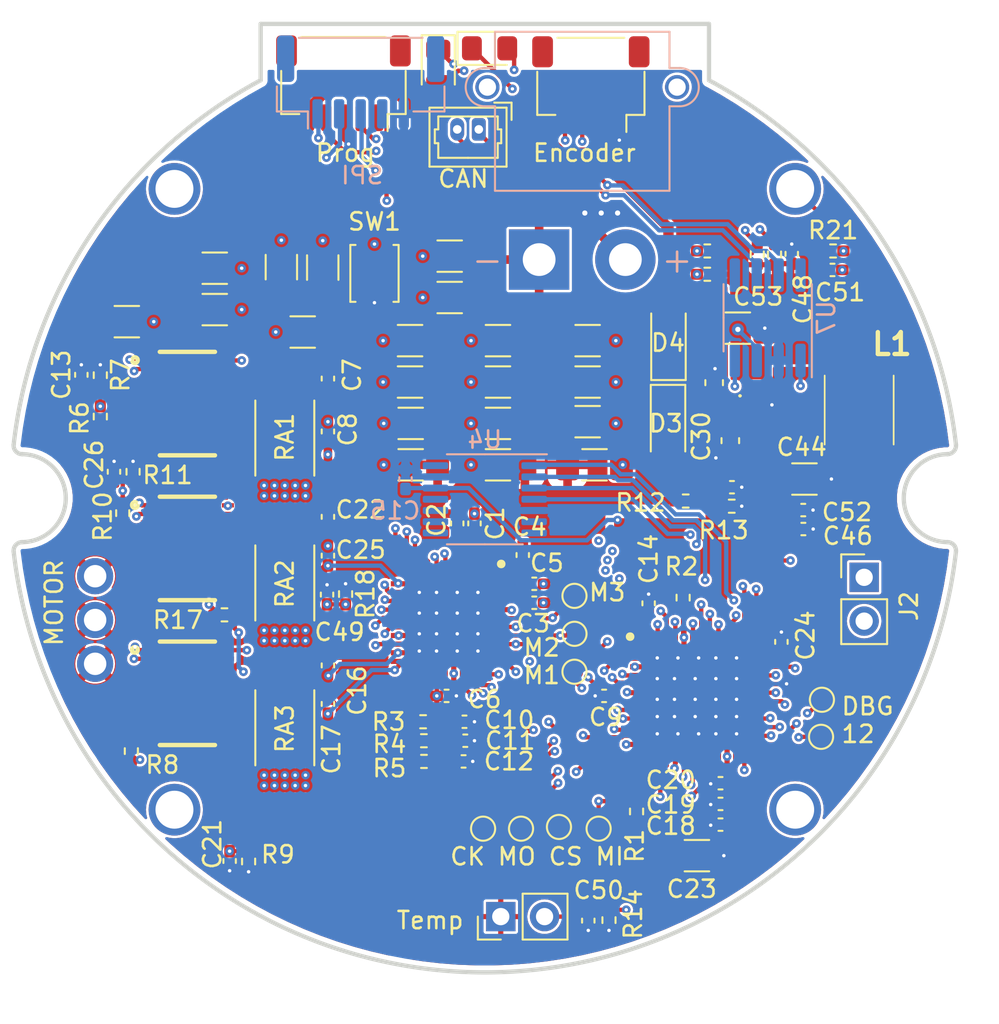
<source format=kicad_pcb>
(kicad_pcb (version 20221018) (generator pcbnew)
  (layers (0 "F.Cu" signal) (1 "In1.Cu" signal) (2 "In2.Cu" signal) (31 "B.Cu" signal) (34 "B.Paste" user) (35 "F.Paste" user) (36 "B.SilkS" user "B.Silkscreen") (37 "F.SilkS" user "F.Silkscreen") (38 "B.Mask" user) (39 "F.Mask" user) (44 "Edge.Cuts" user))
  (net 0 "")
  (net 1 "/SPI3_SCK")
  (net 2 "/SPI3_MISO")
  (net 3 "/SPI3_MOSI")
  (net 4 "/SPI3_CS")
  (net 5 "V+")
  (net 6 "/SXA_P")
  (net 7 "/NRST")
  (net 8 "Net-(IC2-PB0)")
  (net 9 "Net-(IC2-PB1)")
  (net 10 "Net-(IC2-PB2)")
  (net 11 "/VSENSE_A")
  (net 12 "/SXC_P")
  (net 13 "/VSENSE_C")
  (net 14 "/SXB_P")
  (net 15 "/VSENSE_B")
  (net 16 "/VBAT_SENSE")
  (net 17 "/VTEMP_FET")
  (net 18 "/LED1")
  (net 19 "Net-(D2-A)")
  (net 20 "/LED2")
  (net 21 "Net-(IC1-VCP)")
  (net 22 "/DEBUG1")
  (net 23 "/DEBUG2")
  (net 24 "/DRV8323_CS")
  (net 25 "/DRV8323_MISO")
  (net 26 "/DRV8323_MOSI")
  (net 27 "/DRV8323_SCLK")
  (net 28 "/DEBUG_RX")
  (net 29 "/DEBUG_TX")
  (net 30 "/AS5047_SCK")
  (net 31 "/AS5047_MISO")
  (net 32 "/AS5047_MOSI")
  (net 33 "/GHA")
  (net 34 "/SHA")
  (net 35 "/GLA")
  (net 36 "/GLB")
  (net 37 "/SHB")
  (net 38 "/GHB")
  (net 39 "/GHC")
  (net 40 "/SHC")
  (net 41 "/GLC")
  (net 42 "/CUR3")
  (net 43 "/CUR2")
  (net 44 "/CUR1")
  (net 45 "/MOTOR_FAULT")
  (net 46 "/MOTOR_ENABLE")
  (net 47 "/MOTOR1")
  (net 48 "/MOTOR_HIZ")
  (net 49 "/MOTOR2")
  (net 50 "/MOTOR3")
  (net 51 "/AS5047_CS")
  (net 52 "/VTEMP_MOT")
  (net 53 "/SWDIO")
  (net 54 "/SWCLK")
  (net 55 "/VSW")
  (net 56 "/MOTOR_A")
  (net 57 "/MOTOR_C")
  (net 58 "/MOTOR_B")
  (net 64 "Net-(IC1-DVDD)")
  (net 65 "Net-(IC1-CPL)")
  (net 66 "Net-(IC1-CPH)")
  (net 67 "Net-(IC1-VGLS)")
  (net 68 "Net-(IC3-VCC)")
  (net 69 "Net-(D1-A)")
  (net 71 "/I2C_ABS_SCL")
  (net 72 "/I2C_ABS_SDA")
  (net 90 "GNDPWR")
  (net 91 "GNDS")
  (net 92 "+3.3V")
  (net 94 "+5V")
  (net 95 "/CAN_RX")
  (net 96 "/CAN_TX")
  (net 97 "/SXB_N")
  (net 98 "/SXA_N")
  (net 99 "/SXC_N")
  (net 100 "Net-(D3-K)")
  (net 103 "Net-(J4-Pin_2)")
  (net 104 "Net-(J4-Pin_1)")
  (net 105 "Net-(C51-Pad1)")
  (footprint "nautilus:Q5DC_DMM" (layer "F.Cu") (at 128.75 85.25)
    (fp_text reference "U5" hide)
    (fp_text value "CSD88599Q5DCT" hide)
  )
  (footprint "Resistor_SMD:R_0402_1005Metric_Pad0.72x0.64mm_HandSolder" (layer "F.Cu") (at 153.2 106.8025 -90)
    (fp_text reference "R14")
    (fp_text value "10k 1%")
  )
  (footprint "TestPoint:TestPoint_Pad_D1.0mm" (layer "F.Cu") (at 148.1 101.5 -90)
    (fp_text reference "DRV_MOSI1" hide)
    (fp_text value "PAD24AWG_PAD")
  )
  (footprint "Capacitor_SMD:C_1206_3216Metric_Pad1.33x1.80mm_HandSolder" (layer "F.Cu") (at 143.9625 70.7 180)
    (fp_text reference "C38" hide)
    (fp_text value "10uF")
  )
  (footprint "Capacitor_SMD:C_0402_1005Metric_Pad0.74x0.62mm_HandSolder" (layer "F.Cu") (at 136.9 78.4675 -90)
    (fp_text reference "C8")
    (fp_text value "1000pF")
  )
  (footprint "Capacitor_SMD:C_0402_1005Metric_Pad0.74x0.62mm_HandSolder" (layer "F.Cu") (at 144.8675 96.4)
    (fp_text reference "C11")
    (fp_text value "1000pF")
  )
  (footprint "Capacitor_SMD:C_1206_3216Metric_Pad1.33x1.80mm_HandSolder" (layer "F.Cu") (at 130.3375 69)
    (fp_text reference "C41" hide)
    (fp_text value "10uF")
  )
  (footprint "NetTie:NetTie-2_SMD_Pad0.5mm" (layer "F.Cu") (at 136.9 97.7 90)
    (fp_text reference "NT1" hide)
    (fp_text value "NetTie_2" hide)
  )
  (footprint "Capacitor_SMD:C_1206_3216Metric_Pad1.33x1.80mm_HandSolder" (layer "F.Cu") (at 146.7625 80.4 180)
    (fp_text reference "C43" hide)
    (fp_text value "10uF")
  )
  (footprint "Capacitor_SMD:C_0402_1005Metric_Pad0.74x0.62mm_HandSolder" (layer "F.Cu") (at 148.8675 88.4)
    (fp_text reference "C3")
    (fp_text value "1uF")
  )
  (footprint "Capacitor_SMD:C_1206_3216Metric_Pad1.33x1.80mm_HandSolder" (layer "F.Cu") (at 146.7625 75.6 180)
    (fp_text reference "C32" hide)
    (fp_text value "10uF")
  )
  (footprint "Resistor_SMD:R_0402_1005Metric_Pad0.72x0.64mm_HandSolder" (layer "F.Cu") (at 157.65 82.5 180)
    (fp_text reference "R12")
    (fp_text value "100k 1%")
  )
  (footprint "Capacitor_SMD:C_0402_1005Metric_Pad0.74x0.62mm_HandSolder" (layer "F.Cu") (at 122.6 75.1825 90)
    (fp_text reference "C13")
    (fp_text value "10nF")
  )
  (footprint "TestPoint:TestPoint_Pad_D1.0mm" (layer "F.Cu") (at 151.2 90.2 180)
    (fp_text reference "M2")
    (fp_text value "PAD24AWG_PAD")
  )
  (footprint "Capacitor_SMD:C_1206_3216Metric_Pad1.33x1.80mm_HandSolder" (layer "F.Cu") (at 146.7625 73.2 180)
    (fp_text reference "C37" hide)
    (fp_text value "10uF")
  )
  (footprint "NetTie:NetTie-2_SMD_Pad0.5mm" (layer "F.Cu") (at 136.9 80.3 90)
    (fp_text reference "NT2" hide)
    (fp_text value "NetTie_2" hide)
  )
  (footprint "Capacitor_SMD:C_1206_3216Metric_Pad1.33x1.80mm_HandSolder" (layer "F.Cu") (at 152.3625 80.4)
    (fp_text reference "C36" hide)
    (fp_text value "10uF")
  )
  (footprint "Resistor_SMD:R_0402_1005Metric_Pad0.72x0.64mm_HandSolder" (layer "F.Cu") (at 125.5 97.0025 90)
    (fp_text reference "R8")
    (fp_text value "100k 1%")
  )
  (footprint "Capacitor_SMD:C_1206_3216Metric_Pad1.33x1.80mm_HandSolder" (layer "F.Cu") (at 160.675 72.475)
    (fp_text reference "C53")
    (fp_text value "10uF 50V")
  )
  (footprint "Capacitor_SMD:C_0402_1005Metric_Pad0.74x0.62mm_HandSolder" (layer "F.Cu") (at 152.9175 93.8 180)
    (fp_text reference "C9")
    (fp_text value "0.1uF")
  )
  (footprint "Capacitor_SMD:C_0402_1005Metric_Pad0.74x0.62mm_HandSolder" (layer "F.Cu") (at 159.6675 98.865 180)
    (fp_text reference "C20")
    (fp_text value "0.1uF")
  )
  (footprint "Capacitor_SMD:C_0402_1005Metric_Pad0.74x0.62mm_HandSolder" (layer "F.Cu") (at 145.4 83.8 90)
    (fp_text reference "C1")
    (fp_text value "0.1uF 50V")
  )
  (footprint "Capacitor_SMD:C_1206_3216Metric_Pad1.33x1.80mm_HandSolder" (layer "F.Cu") (at 151.9625 73.2)
    (fp_text reference "C29" hide)
    (fp_text value "10uF")
  )
  (footprint "Resistor_SMD:R_0402_1005Metric_Pad0.72x0.64mm_HandSolder" (layer "F.Cu") (at 161.8 68.1975 90)
    (fp_text reference "R16" hide)
    (fp_text value "560")
  )
  (footprint "Resistor_SMD:R_0402_1005Metric_Pad0.72x0.64mm_HandSolder" (layer "F.Cu") (at 160.32 82.8 180)
    (fp_text reference "R13")
    (fp_text value "4.7k 1%")
  )
  (footprint "Resistor_SMD:R_0402_1005Metric_Pad0.72x0.64mm_HandSolder" (layer "F.Cu") (at 158.9025 69.35 180)
    (fp_text reference "R19" hide)
    (fp_text value "5k")
  )
  (footprint "Capacitor_SMD:C_0603_1608Metric_Pad1.08x0.95mm_HandSolder" (layer "F.Cu") (at 159.3 75.6375 90)
    (fp_text reference "C27" hide)
    (fp_text value "1uF")
  )
  (footprint "nautilus:MountingHole-Plated" (layer "F.Cu") (at 128 100.400001)
    (fp_text reference "H4" hide)
    (fp_text value "MountingHole" hide)
  )
  (footprint "nautilus:MountingHole-Plated" (layer "F.Cu") (at 164 64.400001)
    (fp_text reference "H2" hide)
    (fp_text value "MountingHole" hide)
  )
  (footprint "Capacitor_SMD:C_0402_1005Metric_Pad0.74x0.62mm_HandSolder" (layer "F.Cu") (at 136.9 92.0325 -90)
    (fp_text reference "C16")
    (fp_text value "10nF")
  )
  (footprint "Resistor_SMD:R_0402_1005Metric_Pad0.72x0.64mm_HandSolder" (layer "F.Cu") (at 123.7 77.6025 -90)
    (fp_text reference "R6")
    (fp_text value "100k 1%")
  )
  (footprint "Capacitor_SMD:C_1206_3216Metric_Pad1.33x1.80mm_HandSolder" (layer "F.Cu") (at 135.4375 72.7 180)
    (fp_text reference "C55" hide)
    (fp_text value "10uF")
  )
  (footprint "Capacitor_SMD:C_0402_1005Metric_Pad0.74x0.62mm_HandSolder" (layer "F.Cu") (at 136.9 85.6675 -90)
    (fp_text reference "C25")
    (fp_text value "1000pF")
  )
  (footprint "Resistor_SMD:R_0402_1005Metric_Pad0.72x0.64mm_HandSolder" (layer "F.Cu") (at 130.9 89.1 180)
    (fp_text reference "R17")
    (fp_text value "47k NTC")
  )
  (footprint "Capacitor_SMD:C_0402_1005Metric_Pad0.74x0.62mm_HandSolder" (layer "F.Cu") (at 144.82 95.3)
    (fp_text reference "C10")
    (fp_text value "1000pF")
  )
  (footprint "Capacitor_SMD:C_1206_3216Metric_Pad1.33x1.80mm_HandSolder" (layer "F.Cu") (at 158.3 103.065)
    (fp_text reference "C23")
    (fp_text value "10uF 50V")
  )
  (footprint "Resistor_SMD:R_2512_6332Metric_Pad1.40x3.35mm_HandSolder" (layer "F.Cu") (at 134.4 87.25 90)
    (fp_text reference "RA2")
    (fp_text value "0.5mOhm 1% 2W")
  )
  (footprint "TestPoint:TestPoint_Pad_D1.0mm" (layer "F.Cu") (at 152.6 101.5 -90)
    (fp_text reference "DRV_MISO1" hide)
    (fp_text value "PAD24AWG_PAD")
  )
  (footprint "Capacitor_SMD:C_0402_1005Metric_Pad0.74x0.62mm_HandSolder" (layer "F.Cu") (at 148.8675 87.3)
    (fp_text reference "C5")
    (fp_text value "1uF")
  )
  (footprint "Capacitor_SMD:C_1206_3216Metric_Pad1.33x1.80mm_HandSolder" (layer "F.Cu") (at 146.7625 78 180)
    (fp_text reference "C40" hide)
    (fp_text value "10uF")
  )
  (footprint "nautilus:Q5DC_DMM" (layer "F.Cu") (at 128.75 93.65)
    (fp_text reference "U3" hide)
    (fp_text value "CSD88599Q5DCT" hide)
  )
  (footprint "Capacitor_SMD:C_0402_1005Metric_Pad0.74x0.62mm_HandSolder" (layer "F.Cu") (at 160.3325 81.7)
    (fp_text reference "C33" hide)
    (fp_text value "10nF")
  )
  (footprint "Resistor_SMD:R_0402_1005Metric_Pad0.72x0.64mm_HandSolder" (layer "F.Cu") (at 142.42 95.3)
    (fp_text reference "R3")
    (fp_text value "22")
  )
  (footprint "Resistor_SMD:R_0402_1005Metric_Pad0.72x0.64mm_HandSolder" (layer "F.Cu") (at 137.925 87.895 90)
    (fp_text reference "R18")
    (fp_text value "10k 1%")
  )
  (footprint "Resistor_SMD:R_2512_6332Metric_Pad1.40x3.35mm_HandSolder" (layer "F.Cu") (at 134.4 78.85 90)
    (fp_text reference "RA1")
    (fp_text value "0.5mOhm 1% 2W")
  )
  (footprint "Capacitor_SMD:C_0402_1005Metric_Pad0.74x0.62mm_HandSolder" (layer "F.Cu") (at 144.7675 97.6)
    (fp_text reference "C12")
    (fp_text value "1000pF")
  )
  (footprint "nautilus:QFN50P700X700X60-49N-D" (layer "F.Cu") (at 158.3 93.865)
    (fp_text reference "IC2" hide)
    (fp_text value "STM32G474CEU6" hide)
  )
  (footprint "Capacitor_SMD:C_0603_1608Metric_Pad1.08x0.95mm_HandSolder" (layer "F.Cu") (at 160.2375 79 90)
    (fp_text reference "C30")
    (fp_text value "1uF")
  )
  (footprint "Resistor_SMD:R_0402_1005Metric_Pad0.72x0.64mm_HandSolder" (layer "F.Cu") (at 162.8 68.1975 90)
    (fp_text reference "R15" hide)
    (fp_text value "560")
  )
  (footprint "Capacitor_SMD:C_1206_3216Metric_Pad1.33x1.80mm_HandSolder" (layer "F.Cu") (at 164.5375 81.225)
    (fp_text reference "C44")
    (fp_text value "10uF 50V")
  )
  (footprint "Capacitor_SMD:C_1206_3216Metric_Pad1.33x1.80mm_HandSolder" (layer "F.Cu") (at 141.6625 75.6 180)
    (fp_text reference "C28" hide)
    (fp_text value "10uF")
  )
  (footprint "Resistor_SMD:R_0402_1005Metric_Pad0.72x0.64mm_HandSolder" (layer "F.Cu") (at 166.1975 68)
    (fp_text reference "R21")
    (fp_text value "100k")
  )
  (footprint "TestPoint:TestPoint_Pad_D1.0mm" (layer "F.Cu") (at 145.9 101.5 -90)
    (fp_text reference "DRV_SCK1" hide)
    (fp_text value "PAD24AWG_PAD")
  )
  (footprint "Capacitor_SMD:C_0402_1005Metric_Pad0.74x0.62mm_HandSolder" (layer "F.Cu") (at 155.5 88.4325 90)
    (fp_text reference "C14")
    (fp_text value "0.1uF")
  )
  (footprint "TestPoint:TestPoint_Pad_D1.0mm" (layer "F.Cu") (at 151.2 88 180)
    (fp_text reference "M3")
    (fp_text value "PAD24AWG_PAD")
  )
  (footprint "Capacitor_SMD:C_0402_1005Metric_Pad0.74x0.62mm_HandSolder" (layer "F.Cu") (at 136.9 94.2675 -90)
    (fp_text reference "C17")
    (fp_text value "1000pF")
  )
  (footprint "Resistor_SMD:R_0402_1005Metric_Pad0.72x0.64mm_HandSolder" (layer "F.Cu") (at 132.3 103.4025 90)
    (fp_text reference "R9")
    (fp_text value "4.7k 1%")
  )
  (footprint "nautilus:MountingHole-Plated" (layer "F.Cu") (at 164 100.400001)
    (fp_text reference "H3" hide)
    (fp_text value "MountingHole" hide)
  )
  (footprint "Capacitor_SMD:C_0402_1005Metric_Pad0.74x0.62mm_HandSolder" (layer "F.Cu") (at 136.85 87.925 90)
    (fp_text reference "C49")
    (fp_text value "10nF")
  )
  (footprint "Capacitor_SMD:C_0402_1005Metric_Pad0.74x0.62mm_HandSolder" (layer "F.Cu") (at 148.2 85.6325 90)
    (fp_text reference "C4")
    (fp_text value "0.1uF 50V")
  )
  (footprint "Capacitor_SMD:C_0402_1005Metric_Pad0.74x0.62mm_HandSolder" (layer "F.Cu") (at 136.9 75.4 -90)
    (fp_text reference "C7")
    (fp_text value "10nF")
  )
  (footprint "Capacitor_SMD:C_0402_1005Metric_Pad0.74x0.62mm_HandSolder" (layer "F.Cu") (at 144.4 83.8 90)
    (fp_text reference "C2")
    (fp_text value "1uF")
  )
  (footprint "Capacitor_SMD:C_1206_3216Metric_Pad1.33x1.80mm_HandSolder" (layer "F.Cu") (at 125.2375 72.1)
    (fp_text reference "C42" hide)
    (fp_text value "10uF")
  )
  (footprint "Capacitor_SMD:C_1206_3216Metric_Pad1.33x1.80mm_HandSolder" (layer "F.Cu") (at 141.6625 73.2 180)
    (fp_text reference "C34" hide)
    (fp_text value "10uF")
  )
  (footprint "Connector_PinHeader_2.54mm:PinHeader_1x02_P2.54mm_Vertical" (layer "F.Cu") (at 168 86.925)
    (fp_text reference "J2")
    (fp_text value "Conn_01x02_Pin")
  )
  (footprint "nautilus:MAX15062AATAT" (layer "F.Cu") (at 162.65 77.15 -90)
    (fp_text reference "IC3" hide)
    (fp_text value "MAX15062AATA+T" hide)
  )
  (footprint "TestPoint:TestPoint_Pad_D1.0mm" (layer "F.Cu") (at 165.55 94.025)
    (fp_text reference "DBG1" hide)
    (fp_text value "PAD24AWG_PAD")
  )
  (footprint "nautilus:Q5DC_DMM" (layer "F.Cu") (at 128.75 76.85)
    (fp_text reference "U2" hide)
    (fp_text value "CSD88599Q5DCT" hide)
  )
  (footprint "NetTie:NetTie-2_SMD_Pad0.5mm" (layer "F.Cu") (at 152.75 66.3 -90)
    (fp_text reference "NT4" hide)
    (fp_text value "NetTie_2" hide)
  )
  (footprint "Resistor_SMD:R_0402_1005Metric_Pad0.72x0.64mm_HandSolder" (layer "F.Cu") (at 125.6 80.8025 -90)
    (fp_text reference "R11")
    (fp_text value "4.7k 1%")
  )
  (footprint "Capacitor_SMD:C_1206_3216Metric_Pad1.33x1.80mm_HandSolder" (layer "F.Cu") (at 151.9625 75.6)
    (fp_text reference "C45" hide)
    (fp_text value "10uF")
  )
  (footprint "LED_SMD:LED_0805_2012Metric_Pad1.15x1.40mm_HandSolder" (layer "F.Cu") (at 146.275 56.25)
    (fp_text reference "D1" hide)
    (fp_text value "LED")
  )
  (footprint "Capacitor_SMD:C_1206_3216Metric_Pad1.33x1.80mm_HandSolder" (layer "F.Cu") (at 130.3375 71.4)
    (fp_text reference "C54" hide)
    (fp_text value "10uF")
  )
  (footprint "Capacitor_SMD:C_1206_3216Metric_Pad1.33x1.80mm_HandSolder" (layer "F.Cu") (at 143.9625 68.3 180)
    (fp_text reference "C56" hide)
    (fp_text value "10uF")
  )
  (footprint "Resistor_SMD:R_0402_1005Metric_Pad0.72x0.64mm_HandSolder" (layer "F.Cu") (at 142.465 96.4)
    (fp_text reference "R4")
    (fp_text value "22")
  )
  (footprint "TestPoint:TestPoint_Pad_D1.0mm" (layer "F.Cu") (at 165.5 96.175)
    (fp_text reference "DBG2" hide)
    (fp_text value "PAD24AWG_PAD")
  )
  (footprint "Capacitor_SMD:C_0402_1005Metric_Pad0.74x0.62mm_HandSolder" (layer "F.Cu") (at 163.8 68.1675 90)
    (fp_text reference "C48")
    (fp_text value "0.1uF")
  )
  (footprint "Resistor_SMD:R_0402_1005Metric_Pad0.72x0.64mm_HandSolder" (layer "F.Cu") (at 142.47 97.6)
    (fp_text reference "R5")
    (fp_text value "22")
  )
  (footprint "Connector_PinHeader_2.54mm:PinHeader_1x02_P2.54mm_Vertical" (layer "F.Cu") (at 146.925 106.6 90)
    (fp_text reference "J3" hide)
    (fp_text value "Conn_01x02_Pin")
  )
  (footprint "Capacitor_SMD:C_0402_1005Metric_Pad0.74x0.62mm_HandSolder" (layer "F.Cu") (at 143.7825 93.8 180)
    (fp_text reference "C6")
    (fp_text value "0.1uF")
  )
  (footprint "Resistor_SMD:R_0402_1005Metric_Pad0.72x0.64mm_HandSolder" (layer "F.Cu") (at 154.8 100.5025 90)
    (fp_text reference "R1")
    (fp_text value "10k")
  )
  (footprint "Capacitor_SMD:C_0402_1005Metric_Pad0.74x0.62mm_HandSolder" (layer "F.Cu") (at 131.2 103.3725 -90)
    (fp_text reference "C21")
    (fp_text value "10nF")
  )
  (footprint "Resistor_SMD:R_0402_1005Metric_Pad0.72x0.64mm_HandSolder" (layer "F.Cu") (at 157.5 88.1025 -90)
    (fp_text reference "R2")
    (fp_text value "2k")
  )
  (footprint "Button_Switch_SMD:SW_SPST_B3U-1000P" (layer "F.Cu") (at 139.6 69.3 90)
    (fp_text reference "SW1")
    (fp_text value "SW_Push")
  )
  (footprint "Resistor_SMD:R_0402_1005Metric_Pad0.72x0.64mm_HandSolder" (layer "F.Cu") (at 125 83.2025 -90)
    (fp_text reference "R10")
    (fp_text value "100k 1%")
  )
  (footprint "NetTie:NetTie-2_SMD_Pad0.5mm" (layer "F.Cu") (at 135.7 88.55 90)
    (fp_text reference "NT3" hide)
    (fp_text value "NetTie_2" hide)
  )
  (footprint "Capacitor_SMD:C_0402_1005Metric_Pad0.74x0.62mm_HandSolder" (layer "F.Cu") (at 164.475 84.125)
    (fp_text reference "C46")
    (fp_text value "1uF")
  )
  (footprint "Connector_Molex:Molex_PicoBlade_53047-0210_1x02_P1.25mm_Vertical" (layer "F.Cu") (at 145.65 60.95 180)
    (fp_text reference "J4" hide)
    (fp_text value "Conn_01x02_Pin")
  )
  (footprint "nautilus:SRN4018220M" (layer "F.Cu") (at 167.71 77.225 90)
    (fp_text reference "L1")
    (fp_text value "SRN4018-220M" hide)
  )
  (footprint "Capacitor_SMD:C_0402_1005Metric_Pad0.74x0.62mm_HandSolder" (layer "F.Cu") (at 166.1625 69.1)
    (fp_text reference "C51")
    (fp_text value "10nF")
  )
  (footprint "Capacitor_SMD:C_0402_1005Metric_Pad0.74x0.62mm_HandSolder" (layer "F.Cu") (at 159.6675 100.065 180)
    (fp_text reference "C19")
    (fp_text value "0.1uF")
  )
  (footprint "Resistor_SMD:R_0402_1005Metric_Pad0.72x0.64mm_HandSolder" (layer "F.Cu") (at 123.7 75.2025 -90)
    (fp_text reference "R7")
    (fp_text value "4.7k 1%")
  )
  (footprint "Capacitor_SMD:C_1206_3216Metric_Pad1.33x1.80mm_HandSolder" (layer "F.Cu") (at 151.9625 77.9)
    (fp_text reference "C39" hide)
    (fp_text value "10uF")
  )
  (footprint "Diode_SMD:D_SOD-123F" (layer "F.Cu") (at 156.625 77.975 -90)
    (fp_text reference "D3")
    (fp_text value "D_Schottky")
  )
  (footprint "Capacitor_SMD:C_0402_1005Metric_Pad0.74x0.62mm_HandSolder" (layer "F.Cu") (at 163.2 90.6675 90)
    (fp_text reference "C24")
    (fp_text value "0.1uF")
  )
  (footprint "Capacitor_SMD:C_0402_1005Metric_Pad0.74x0.62mm_HandSolder" (layer "F.Cu") (at 152 106.8325 -90)
    (fp_text reference "C50")
    (fp_text value "10nF")
  )
  (footprint "TestPoint:TestPoint_Pad_D1.0mm" (layer "F.Cu") (at 151.2 92.4 180)
    (fp_text reference "M1")
    (fp_text value "PAD24AWG_PAD")
  )
  (footprint "Capacitor_SMD:C_0402_1005Metric_Pad0.74x0.62mm_HandSolder" (layer "F.Cu") (at 136.9 83.4175 -90)
    (fp_text reference "C22")
    (fp_text value "10nF")
  )
  (footprint "Diode_SMD:D_SOD-123F" (layer "F.Cu") (at 156.65 73.275 90)
    (fp_text reference "D4")
    (fp_text value "D_Schottky")
  )
  (footprint "TestPoint:TestPoint_Pad_D1.0mm" (layer "F.Cu") (at 150.3 101.4 -90)
    (fp_text reference "DRV_CS1" hide)
    (fp_text value "PAD24AWG_PAD")
  )
  (footprint "Resistor_SMD:R_2512_6332Metric_Pad1.40x3.35mm_HandSolder" (layer "F.Cu") (at 134.4 95.65 90)
    (fp_text reference "RA3")
    (fp_text value "0.5mOhm 1% 2W")
  )
  (footprint "Connector_JST:JST_SH_SM05B-SRSS-TB_1x05-1MP_P1.00mm_Horizontal" (layer "F.Cu") (at 137.8 58.275 180)
    (fp_text reference "DEBUG1" hide)
    (fp_text value "Conn_01x05_Pin")
  )
  (footprint "Capacitor_SMD:C_0402_1005Metric_Pad0.74x0.62mm_HandSolder" (layer "F.Cu") (at 159.6675 101.265 180)
    (fp_text reference "C18")
    (fp_text value "1uF")
  )
  (footprint "Capacitor_SMD:C_1206_3216Metric_Pad1.33x1.80mm_HandSolder" (layer "F.Cu") (at 136.6 68.9625 90)
    (fp_text reference "C57" hide)
    (fp_text value "10uF")
  )
  (footprint "Capacitor_SMD:C_0402_1005Metric_Pad0.74x0.62mm_HandSolder" (layer "F.Cu") (at 164.4675 83.025)
    (fp_text reference "C52")
    (fp_text value "0.1uF")
  )
  (footprint "Capacitor_SMD:C_0402_1005Metric_Pad0.74x0.62mm_HandSolder" (layer "F.Cu") (at 124.4925 80.8025 90)
    (fp_text reference "C26")
    (fp_text value "10nF")
  )
  (footprint "nautilus:MountingHole-Plated" (layer "F.Cu") (at 128 64.400001)
    (fp_text reference "H1" hide)
    (fp_text value "MountingHole" hide)
  )
  (footprint "Capacitor_SMD:C_1206_3216Metric_Pad1.33x1.80mm_HandSolder" (layer "F.Cu") (at 141.7 80.4 180)
    (fp_text reference "C35" hide)
    (fp_text value "10uF")
  )
  (footprint "LED_SMD:LED_0805_2012Metric_Pad1.15x1.40mm_HandSolder" (layer "F.Cu") (at 143.3 57.35 -90)
    (fp_text reference "D2" hide)
    (fp_text value "LED")
  )
  (footprint "nautilus:BrushlessMotor" (layer "F.Cu") (at 123.4 89.4)
    (fp_text reference "U1" hide)
    (fp_text value "~")
  )
  (footprint "Resistor_SMD:R_0402_1005Metric_Pad0.72x0.64mm_HandSolder" (layer "F.Cu") (at 158.9025 68 180)
    (fp_text reference "R20" hide)
    (fp_text value "5k")
  )
  (footprint "nautilus:QFN50P600X600X80-41N-D" (layer "F.Cu") (at 143.95 89.55 -90)
    (fp_text reference "IC1" hide)
    (fp_text value "DRV8353SRTAR" hide)
  )
  (footprint "Connector_JST:JST_SH_SM04B-SRSS-TB_1x04-1MP_P1.00mm_Horizontal" (layer "F.Cu") (at 152.15 58.325 180)
    (fp_text reference "SPI2" hide)
    (fp_text value "JST_SH4")
  )
  (footprint "Capacitor_SMD:C_1206_3216Metric_Pad1.33x1.80mm_HandSolder" (layer "F.Cu") (at 134.2 68.9375 90)
    (fp_text reference "C31" hide)
    (fp_text value "10uF")
  )
  (footprint "Capacitor_SMD:C_1206_3216Metric_Pad1.33x1.80mm_HandSolder" (layer "F.Cu") (at 141.7 78 180)
    (fp_text reference "C47" hide)
    (fp_text value "10uF")
  )
  (footprint "Package_SO:TSSOP-14_4.4x5mm_P0.65mm" (layer "B.Cu") (at 146 82.4 180)
    (fp_text reference "U4")
    (fp_text value "AS5147")
  )
  (footprint "Connector_JST:JST_GH_SM05B-GHS-TB_1x05-1MP_P1.25mm_Horizontal" (layer "B.Cu") (at 138.8 58.2)
    (fp_text reference "SPI1" hide)
    (fp_text value "JST_ZH5")
  )
  (footprint "Capacitor_SMD:C_0402_1005Metric_Pad0.74x0.62mm_HandSolder" (layer "B.Cu") (at 141.4 81.2325 90)
    (fp_text reference "C15")
    (fp_text value "0.1uF")
  )
  (footprint "Connector_AMASS:AMASS_XT30PW-M_1x02_P2.50mm_Horizontal" (layer "B.Cu") (at 149.15 68.5 180)
    (fp_text reference "J1" hide)
    (fp_text value "XT30XT30PW_MALE")
  )
  (footprint "Package_SO:SOIC-8_3.9x4.9mm_P1.27mm" (layer "B.Cu") (at 162.405 71.875 90)
    (fp_text reference "U7")
    (fp_text value "SN65HVD232")
  )
  (gr_line (start 159 54.833243) (end 159 58.100001) (stroke (width 0.25)) (layer "Edge.Cuts"))
  (gr_line (start 133 54.833243) (end 159 54.833243) (stroke (width 0.25)) (layer "Edge.Cuts"))
  (gr_arc (start 119.169072 79.783314) (mid 121.7 82.333243) (end 119.169072 84.883172) (stroke (width 0.25)) (layer "Edge.Cuts"))
  (gr_arc (start 118.676012 79.226848) (mid 123.238367 66.900871) (end 133 58.100001) (stroke (width 0.25)) (layer "Edge.Cuts"))
  (gr_arc (start 172.830928 84.883172) (mid 170.3 82.333243) (end 172.830928 79.783314) (stroke (width 0.25)) (layer "Edge.Cuts"))
  (gr_arc (start 159 58.100001) (mid 168.761633 66.900871) (end 173.323988 79.226848) (stroke (width 0.25)) (layer "Edge.Cuts"))
  (gr_arc (start 118.676012 85.439638) (mid 118.798581 85.051569) (end 119.169072 84.883172) (stroke (width 0.25)) (layer "Edge.Cuts"))
  (gr_arc (start 172.830928 84.883172) (mid 173.201421 85.051565) (end 173.323988 85.439638) (stroke (width 0.25)) (layer "Edge.Cuts"))
  (gr_arc (start 173.323988 85.439638) (mid 146 109.833243) (end 118.676012 85.439638) (stroke (width 0.25)) (layer "Edge.Cuts"))
  (gr_arc (start 119.169072 79.783314) (mid 118.79858 79.614918) (end 118.676012 79.226848) (stroke (width 0.25)) (layer "Edge.Cuts"))
  (gr_line (start 133 54.833243) (end 133 58.100001) (stroke (width 0.25)) (layer "Edge.Cuts"))
  (gr_arc (start 173.323988 79.226848) (mid 173.201425 79.614924) (end 172.830928 79.783314) (stroke (width 0.25)) (layer "Edge.Cuts"))
  (gr_text "SPI" (at 140.2 64.2) (layer "B.SilkS") (effects (font (size 1 1)) (justify left bottom mirror)))
  (gr_text "Prog" (at 136.1 62.9) (layer "F.SilkS") (effects (font (size 1 1)) (justify left bottom)))
  (gr_text "MOTOR" (at 121.6 91 90) (layer "F.SilkS") (effects (font (size 1 1)) (justify left bottom)))
  (gr_text "Encoder" (at 148.7 62.9) (layer "F.SilkS") (effects (font (size 1 1)) (justify left bottom)))
  (gr_text "CAN" (at 143.2 64.4) (layer "F.SilkS") (effects (font (size 1 1)) (justify left bottom)))
  (gr_text "Temp" (at 140.8 107.4) (layer "F.SilkS") (effects (font (size 1 1)) (justify left bottom)))
  (gr_text "CK MO CS MI" (at 143.9 103.7) (layer "F.SilkS") (effects (font (size 1 1)) (justify left bottom)))
  (gr_text "DBG\n12" (at 166.6 96.6) (layer "F.SilkS") (effects (font (size 1 1)) (justify left bottom)))
  (segment (start 159.05 89.05) (end 159.05 90.415) (width 0.25) (layer "F.Cu") (net 1))
  (via (at 153.114828 85.927333) (size 0.5) (drill 0.2) (layers "F.Cu" "B.Cu") (net 1))
  (via (at 159.05 89.05) (size 0.5) (drill 0.2) (layers "F.Cu" "B.Cu") (net 1))
  (via (at 136.35 61.45) (size 0.5) (drill 0.2) (layers "F.Cu" "B.Cu") (net 1))
  (segment (start 136.35 61.45) (end 136.35 60.1) (width 0.25) (layer "B.Cu") (net 1))
  (segment (start 158.55 88.504681) (end 158.55 90.415) (width 0.25) (layer "F.Cu") (net 2))
  (segment (start 158.545319 88.5) (end 158.55 88.504681) (width 0.25) (layer "F.Cu") (net 2))
  (via (at 153.8 87) (size 0.5) (drill 0.2) (layers "F.Cu" "B.Cu") (net 2))
  (via (at 136.814477 62.585523) (size 0.5) (drill 0.2) (layers "F.Cu" "B.Cu") (net 2))
  (via (at 158.545319 88.5) (size 0.5) (drill 0.2) (layers "F.Cu" "B.Cu") (net 2))
  (segment (start 137.6 61.8) (end 137.6 60.1) (width 0.25) (layer "B.Cu") (net 2))
  (segment (start 136.814477 62.585523) (end 137.6 61.8) (width 0.25) (layer "B.Cu") (net 2))
  (segment (start 158.075 89.6) (end 158.075 90.39) (width 0.25) (layer "F.Cu") (net 3))
  (via (at 153 86.5255) (size 0.5) (drill 0.2) (layers "F.Cu" "B.Cu") (net 3))
  (via (at 139.66699 63.33301) (size 0.5) (drill 0.2) (layers "F.Cu" "B.Cu") (net 3))
  (via (at 158.075 89.6) (size 0.5) (drill 0.2) (layers "F.Cu" "B.Cu") (net 3))
  (segment (start 139.66699 63.33301) (end 138.85 62.51602) (width 0.25) (layer "B.Cu") (net 3))
  (segment (start 138.85 62.51602) (end 138.85 60.1) (width 0.25) (layer "B.Cu") (net 3))
  (segment (start 142.2 86.6) (end 142.2 85.994974) (width 0.25) (layer "F.Cu") (net 6))
  (segment (start 142.2 85.994974) (end 141.474606 85.26958) (width 0.25) (layer "F.Cu") (net 6))
  (segment (start 141.474606 85.26958) (end 141.474606 84.271235) (width 0.25) (layer "F.Cu") (net 6))
  (via (at 136.9 77.9) (size 0.5) (drill 0.2) (layers "F.Cu" "B.Cu") (net 6))
  (via (at 141.474606 84.271235) (size 0.5) (drill 0.2) (layers "F.Cu" "B.Cu") (net 6))
  (segment (start 140.3 65.06602) (end 140.3 60.775) (width 0.25) (layer "F.Cu") (net 7))
  (segment (start 154.85 94.115) (end 153.8 94.115) (width 0.25) (layer "F.Cu") (net 7))
  (segment (start 152.515 93.265) (end 152.719901 93.265) (width 0.25) (layer "F.Cu") (net 7))
  (segment (start 140.31699 65.08301) (end 140.3 65.06602) (width 0.25) (layer "F.Cu") (net 7))
  (segment (start 152.719901 93.265) (end 152.9425 93.487599) (width 0.25) (layer "F.Cu") (net 7))
  (segment (start 152 92.714153) (end 152 92.75) (width 0.25) (layer "F.Cu") (net 7))
  (segment (start 152 92.75) (end 152.515 93.265) (width 0.25) (layer "F.Cu") (net 7))
  (segment (start 153.05 93.8) (end 153.485 93.8) (width 0.25) (layer "F.Cu") (net 7))
  (segment (start 152.9425 93.487599) (end 152.9425 93.6925) (width 0.25) (layer "F.Cu") (net 7))
  (segment (start 153.8 94.115) (end 153.485 93.8) (width 0.25) (layer "F.Cu") (net 7))
  (segment (start 140.3 60.775) (end 139.8 60.275) (width 0.25) (layer "F.Cu") (net 7))
  (segment (start 152.9425 93.6925) (end 153.05 93.8) (width 0.25) (layer "F.Cu") (net 7))
  (via (at 139.6 67.6) (size 0.5) (drill 0.2) (layers "F.Cu" "B.Cu") (net 7))
  (via (at 140.31699 65.08301) (size 0.5) (drill 0.2) (layers "F.Cu" "B.Cu") (net 7))
  (via (at 152 92.714153) (size 0.5) (drill 0.2) (layers "F.Cu" "B.Cu") (net 7))
  (segment (start 157.5 98.490226) (end 157.55 98.440226) (width 0.25) (layer "F.Cu") (net 8))
  (segment (start 143.0175 95.3) (end 143.6 95.3) (width 0.25) (layer "F.Cu") (net 8))
  (segment (start 157.55 98.440226) (end 157.55 97.315) (width 0.25) (layer "F.Cu") (net 8))
  (segment (start 148.765 95.835) (end 148.822773 95.777227) (width 0.25) (layer "F.Cu") (net 8))
  (segment (start 144.135 95.835) (end 148.765 95.835) (width 0.25) (layer "F.Cu") (net 8))
  (segment (start 143.6 95.3) (end 144.2525 95.3) (width 0.25) (layer "F.Cu") (net 8))
  (segment (start 143.6 95.3) (end 144.135 95.835) (width 0.25) (layer "F.Cu") (net 8))
  (via (at 157.5 98.490226) (size 0.5) (drill 0.2) (layers "F.Cu" "B.Cu") (net 8))
  (via (at 148.822773 95.777227) (size 0.5) (drill 0.2) (layers "F.Cu" "B.Cu") (net 8))
  (segment (start 157.964229 98.964726) (end 158.05 98.878955) (width 0.25) (layer "F.Cu") (net 9))
  (segment (start 158.05 98.878955) (end 158.05 97.315) (width 0.25) (layer "F.Cu") (net 9))
  (segment (start 143.0625 96.4) (end 144.3 96.4) (width 0.25) (layer "F.Cu") (net 9))
  (segment (start 149.450871 96.949129) (end 144.849129 96.949129) (width 0.25) (layer "F.Cu") (net 9))
  (segment (start 144.849129 96.949129) (end 144.3 96.4) (width 0.25) (layer "F.Cu") (net 9))
  (segment (start 150 96.4) (end 149.450871 96.949129) (width 0.25) (layer "F.Cu") (net 9))
  (via (at 150 96.4) (size 0.5) (drill 0.2) (layers "F.Cu" "B.Cu") (net 9))
  (via (at 157.964229 98.964726) (size 0.5) (drill 0.2) (layers "F.Cu" "B.Cu") (net 9))
  (segment (start 158.5075 99.0925) (end 158.5075 97.3575) (width 0.25) (layer "F.Cu") (net 10))
  (segment (start 158.5075 97.3575) (end 158.55 97.315) (width 0.25) (layer "F.Cu") (net 10))
  (segment (start 144.2 97.6) (end 144.735 98.135) (width 0.25) (layer "F.Cu") (net 10))
  (segment (start 148.765 98.135) (end 149.88725 97.01275) (width 0.25) (layer "F.Cu") (net 10))
  (segment (start 158 99.6) (end 158.5075 99.0925) (width 0.25) (layer "F.Cu") (net 10))
  (segment (start 149.88725 97.01275) (end 150.058296 97.01275) (width 0.25) (layer "F.Cu") (net 10))
  (segment (start 144.735 98.135) (end 148.765 98.135) (width 0.25) (layer "F.Cu") (net 10))
  (segment (start 143.0675 97.6) (end 144.2 97.6) (width 0.25) (layer "F.Cu") (net 10))
  (via (at 150.058296 97.01275) (size 0.5) (drill 0.2) (layers "F.Cu" "B.Cu") (net 10))
  (via (at 158 99.6) (size 0.5) (drill 0.2) (layers "F.Cu" "B.Cu") (net 10))
  (segment (start 123.7 75.8) (end 122.65 75.8) (width 0.25) (layer "F.Cu") (net 11))
  (segment (start 154.2 96.615) (end 154.85 96.615) (width 0.25) (layer "F.Cu") (net 11))
  (segment (start 123.7 77.005) (end 123.7 75.8) (width 0.25) (layer "F.Cu") (net 11))
  (via (at 123.7 77.005) (size 0.5) (drill 0.2) (layers "F.Cu" "B.Cu") (net 11))
  (via (at 154.2 96.615) (size 0.5) (drill 0.2) (layers "F.Cu" "B.Cu") (net 11))
  (via (at 140.958354 91.300498) (size 0.5) (drill 0.2) (layers "F.Cu" "B.Cu") (net 12))
  (via (at 136.925 92.625) (size 0.5) (drill 0.2) (layers "F.Cu" "B.Cu") (net 12))
  (segment (start 140.308852 91.95) (end 140.958354 91.300498) (width 0.25) (layer "B.Cu") (net 12))
  (segment (start 136.925 92.625) (end 137.6 91.95) (width 0.25) (layer "B.Cu") (net 12))
  (segment (start 137.6 91.95) (end 140.308852 91.95) (width 0.25) (layer "B.Cu") (net 12))
  (segment (start 125.9 97.6) (end 126 97.5) (width 0.25) (layer "F.Cu") (net 13))
  (segment (start 132.3 102.805) (end 131.2 102.805) (width 0.25) (layer "F.Cu") (net 13))
  (segment (start 125.5 97.6) (end 125.9 97.6) (width 0.25) (layer "F.Cu") (net 13))
  (segment (start 161.05 98.1) (end 161.05 97.315) (width 0.25) (layer "F.Cu") (net 13))
  (via (at 131.2 102.805) (size 0.5) (drill 0.2) (layers "F.Cu" "B.Cu") (net 13))
  (via (at 161.05 98.1) (size 0.5) (drill 0.2) (layers "F.Cu" "B.Cu") (net 13))
  (via (at 126 97.5) (size 0.5) (drill 0.2) (layers "F.Cu" "B.Cu") (net 13))
  (segment (start 140.189726 87.389726) (end 140.325 87.525) (width 0.25) (layer "F.Cu") (net 14))
  (segment (start 140.189726 87.360772) (end 140.189726 87.389726) (width 0.25) (layer "F.Cu") (net 14))
  (segment (start 140.325 87.525) (end 140.325 87.675) (width 0.25) (layer "F.Cu") (net 14))
  (segment (start 140.325 87.675) (end 140.45 87.8) (width 0.25) (layer "F.Cu") (net 14))
  (segment (start 140.45 87.8) (end 141 87.8) (width 0.25) (layer "F.Cu") (net 14))
  (via (at 136.9 85.1) (size 0.5) (drill 0.2) (layers "F.Cu" "B.Cu") (net 14))
  (via (at 140.189726 87.360772) (size 0.5) (drill 0.2) (layers "F.Cu" "B.Cu") (net 14))
  (segment (start 157.05 97.315) (end 157.05 97.95) (width 0.25) (layer "F.Cu") (net 15))
  (segment (start 124.4925 81.37) (end 125 81.37) (width 0.25) (layer "F.Cu") (net 15))
  (segment (start 157.05 97.95) (end 157 98) (width 0.25) (layer "F.Cu") (net 15))
  (segment (start 125 82.605) (end 125 81.37) (width 0.25) (layer "F.Cu") (net 15))
  (segment (start 125 81.37) (end 125.57 81.37) (width 0.25) (layer "F.Cu") (net 15))
  (via (at 157 98) (size 0.5) (drill 0.2) (layers "F.Cu" "B.Cu") (net 15))
  (via (at 125 81.9) (size 0.5) (drill 0.2) (layers "F.Cu" "B.Cu") (net 15))
  (segment (start 159.765 82.549472) (end 159.765 81.7) (width 0.25) (layer "F.Cu") (net 16))
  (segment (start 164.075 95.396752) (end 162.856752 96.615) (width 0.25) (layer "F.Cu") (net 16))
  (segment (start 163.7245 85.95) (end 163.165528 85.95) (width 0.25) (layer "F.Cu") (net 16))
  (segment (start 162.856752 96.615) (end 161.75 96.615) (width 0.25) (layer "F.Cu") (net 16))
  (segment (start 163.165528 85.95) (end 159.765 82.549472) (width 0.25) (layer "F.Cu") (net 16))
  (segment (start 159.6225 81.7) (end 159.1225 82.2) (width 0.25) (layer "F.Cu") (net 16))
  (segment (start 158.2475 82.5) (end 158.8225 82.5) (width 0.25) (layer "F.Cu") (net 16))
  (segment (start 158.8225 82.5) (end 159.1225 82.2) (width 0.25) (layer "F.Cu") (net 16))
  (segment (start 159.1225 82.2) (end 159.7225 82.8) (width 0.25) (layer "F.Cu") (net 16))
  (via (at 164.075 95.396752) (size 0.5) (drill 0.2) (layers "F.Cu" "B.Cu") (net 16))
  (via (at 163.7245 85.95) (size 0.5) (drill 0.2) (layers "F.Cu" "B.Cu") (net 16))
  (segment (start 130.3025 88.803) (end 130 88.5005) (width 0.25) (layer "F.Cu") (net 17))
  (segment (start 130.3025 89.1) (end 130.3025 88.803) (width 0.25) (layer "F.Cu") (net 17))
  (segment (start 136.85 88.4925) (end 137.925 88.4925) (width 0.25) (layer "F.Cu") (net 17))
  (segment (start 162.8745 93.615) (end 161.75 93.615) (width 0.25) (layer "F.Cu") (net 17))
  (via (at 137.925 88.4925) (size 0.5) (drill 0.2) (layers "F.Cu" "B.Cu") (net 17))
  (via (at 130 88.5005) (size 0.5) (drill 0.2) (layers "F.Cu" "B.Cu") (net 17))
  (via (at 136.85 88.4925) (size 0.5) (drill 0.2) (layers "F.Cu" "B.Cu") (net 17))
  (via (at 162.8745 93.615) (size 0.5) (drill 0.2) (layers "F.Cu" "B.Cu") (net 17))
  (via (at 148.6 91.8) (size 0.5) (drill 0.2) (layers "F.Cu" "B.Cu") (net 17))
  (segment (start 145.25 56.25) (end 147.6 58.6) (width 0.25) (layer "F.Cu") (net 18))
  (segment (start 154.766735 93.031735) (end 154.85 93.115) (width 0.25) (layer "F.Cu") (net 18))
  (segment (start 153.6897 93.031735) (end 154.766735 93.031735) (width 0.25) (layer "F.Cu") (net 18))
  (segment (start 153.383311 92.725346) (end 153.6897 93.031735) (width 0.25) (layer "F.Cu") (net 18))
  (via (at 147.6 58.6) (size 0.5) (drill 0.2) (layers "F.Cu" "B.Cu") (net 18))
  (via (at 153.383311 92.725346) (size 0.5) (drill 0.2) (layers "F.Cu" "B.Cu") (net 18))
  (segment (start 161.1 66.8) (end 161.1 66.9) (width 0.25) (layer "F.Cu") (net 19))
  (segment (start 144.8 57.55) (end 144.45 57.55) (width 0.25) (layer "F.Cu") (net 19))
  (segment (start 161.1 66.9) (end 161.8 67.6) (width 0.25) (layer "F.Cu") (net 19))
  (segment (start 144.45 57.55) (end 143.625 58.375) (width 0.25) (layer "F.Cu") (net 19))
  (via (at 161.1 66.8) (size 0.5) (drill 0.2) (layers "F.Cu" "B.Cu") (net 19))
  (via (at 144.8 57.55) (size 0.5) (drill 0.2) (layers "F.Cu" "B.Cu") (net 19))
  (segment (start 154.279556 93.615) (end 154.85 93.615) (width 0.25) (layer "F.Cu") (net 20))
  (segment (start 154.247721 93.583165) (end 154.279556 93.615) (width 0.25) (layer "F.Cu") (net 20))
  (segment (start 144.130191 57.155191) (end 143.3 56.325) (width 0.25) (layer "F.Cu") (net 20))
  (segment (start 144.186794 57.155191) (end 144.130191 57.155191) (width 0.25) (layer "F.Cu") (net 20))
  (via (at 154.247721 93.583165) (size 0.5) (drill 0.2) (layers "F.Cu" "B.Cu") (net 20))
  (via (at 144.186794 57.155191) (size 0.5) (drill 0.2) (layers "F.Cu" "B.Cu") (net 20))
  (segment (start 144.2 86.6) (end 144.2 84.5675) (width 0.25) (layer "F.Cu") (net 21))
  (segment (start 144.2 84.5675) (end 144.4 84.3675) (width 0.25) (layer "F.Cu") (net 21))
  (segment (start 164.775 94.8) (end 165.55 94.025) (width 0.25) (layer "F.Cu") (net 22))
  (segment (start 164.7 94.8) (end 164.775 94.8) (width 0.25) (layer "F.Cu") (net 22))
  (via (at 154.7 92.114502) (size 0.5) (drill 0.2) (layers "F.Cu" "B.Cu") (net 22))
  (via (at 164.7 94.8) (size 0.5) (drill 0.2) (layers "F.Cu" "B.Cu") (net 22))
  (segment (start 153.975 92.525) (end 154.065 92.615) (width 0.25) (layer "F.Cu") (net 23))
  (segment (start 154.065 92.615) (end 154.85 92.615) (width 0.25) (layer "F.Cu") (net 23))
  (segment (start 164.225 96.175) (end 165.5 96.175) (width 0.25) (layer "F.Cu") (net 23))
  (segment (start 164.2 96.2) (end 164.225 96.175) (width 0.25) (layer "F.Cu") (net 23))
  (via (at 153.975 92.525) (size 0.5) (drill 0.2) (layers "F.Cu" "B.Cu") (net 23))
  (via (at 164.2 96.2) (size 0.5) (drill 0.2) (layers "F.Cu" "B.Cu") (net 23))
  (segment (start 150.799999 96.402726) (end 150.799999 100.900001) (width 0.25) (layer "F.Cu") (net 24))
  (segment (start 149.7 95.302727) (end 150.799999 96.402726) (width 0.25) (layer "F.Cu") (net 24))
  (segment (start 150.799999 100.900001) (end 150.3 101.4) (width 0.25) (layer "F.Cu") (net 24))
  (segment (start 146.25 92.55) (end 146.2 92.5) (width 0.25) (layer "F.Cu") (net 24))
  (segment (start 152.9245 92.339477) (end 153.648977 91.615) (width 0.25) (layer "F.Cu") (net 24))
  (segment (start 146.8 92.55) (end 146.25 92.55) (width 0.25) (layer "F.Cu") (net 24))
  (segment (start 153.648977 91.615) (end 154.85 91.615) (width 0.25) (layer "F.Cu") (net 24))
  (via (at 146.8 92.55) (size 0.5) (drill 0.2) (layers "F.Cu" "B.Cu") (net 24))
  (via (at 149.7 95.302727) (size 0.5) (drill 0.2) (layers "F.Cu" "B.Cu") (net 24))
  (via (at 152.9245 92.339477) (size 0.5) (drill 0.2) (layers "F.Cu" "B.Cu") (net 24))
  (segment (start 154.8 99.09) (end 154.8 99.905) (width 0.25) (layer "F.Cu") (net 25))
  (segment (start 156.05 97.315) (end 156.05 97.84) (width 0.25) (layer "F.Cu") (net 25))
  (segment (start 144.7 93.21602) (end 144.7 92.5) (width 0.25) (layer "F.Cu") (net 25))
  (segment (start 152.605 99.905) (end 154.8 99.905) (width 0.25) (layer "F.Cu") (net 25))
  (segment (start 156.05 97.84) (end 154.8 99.09) (width 0.25) (layer "F.Cu") (net 25))
  (segment (start 145.260874 93.776894) (end 144.7 93.21602) (width 0.25) (layer "F.Cu") (net 25))
  (segment (start 152.6 99.9) (end 152.6 101.5) (width 0.25) (layer "F.Cu") (net 25))
  (segment (start 152.6 99.9) (end 152.605 99.905) (width 0.25) (layer "F.Cu") (net 25))
  (via (at 152.6 99.9) (size 0.5) (drill 0.2) (layers "F.Cu" "B.Cu") (net 25))
  (via (at 145.260874 93.776894) (size 0.5) (drill 0.2) (layers "F.Cu" "B.Cu") (net 25))
  (segment (start 145.680026 93.525) (end 145.2 93.044974) (width 0.25) (layer "F.Cu") (net 26))
  (segment (start 145.777547 93.525) (end 145.680026 93.525) (width 0.25) (layer "F.Cu") (net 26))
  (segment (start 145.90718 93.654633) (end 145.777547 93.525) (width 0.25) (layer "F.Cu") (net 26))
  (segment (start 150.25 98.85) (end 148.1 101) (width 0.25) (layer "F.Cu") (net 26))
  (segment (start 148.1 101) (end 148.1 101.5) (width 0.25) (layer "F.Cu") (net 26))
  (segment (start 156.176769 99.647815) (end 156.176769 98.208205) (width 0.25) (layer "F.Cu") (net 26))
  (segment (start 156.176769 98.208205) (end 156.55 97.834974) (width 0.25) (layer "F.Cu") (net 26))
  (segment (start 145.2 93.044974) (end 145.2 92.5) (width 0.25) (layer "F.Cu") (net 26))
  (segment (start 156.55 97.834974) (end 156.55 97.315) (width 0.25) (layer "F.Cu") (net 26))
  (via (at 150.25 98.85) (size 0.5) (drill 0.2) (layers "F.Cu" "B.Cu") (net 26))
  (via (at 145.90718 93.654633) (size 0.5) (drill 0.2) (layers "F.Cu" "B.Cu") (net 26))
  (via (at 156.176769 99.647815) (size 0.5) (drill 0.2) (layers "F.Cu" "B.Cu") (net 26))
  (segment (start 145.825 93.175) (end 145.7 93.05) (width 0.25) (layer "F.Cu") (net 27))
  (segment (start 150.235523 98.164477) (end 146.9 101.5) (width 0.25) (layer "F.Cu") (net 27))
  (segment (start 146.388596 93.297364) (end 146.266232 93.175) (width 0.25) (layer "F.Cu") (net 27))
  (segment (start 152.185 97.315) (end 155.55 97.315) (width 0.25) (layer "F.Cu") (net 27))
  (segment (start 146.266232 93.175) (end 145.825 93.175) (width 0.25) (layer "F.Cu") (net 27))
  (segment (start 151.3 98.2) (end 152.185 97.315) (width 0.25) (layer "F.Cu") (net 27))
  (segment (start 145.7 93.05) (end 145.7 92.5) (width 0.25) (layer "F.Cu") (net 27))
  (segment (start 146.9 101.5) (end 145.9 101.5) (width 0.25) (layer "F.Cu") (net 27))
  (via (at 146.388596 93.297364) (size 0.5) (drill 0.2) (layers "F.Cu" "B.Cu") (net 27))
  (via (at 150.235523 98.164477) (size 0.5) (drill 0.2) (layers "F.Cu" "B.Cu") (net 27))
  (via (at 151.3 98.2) (size 0.5) (drill 0.2) (layers "F.Cu" "B.Cu") (net 27))
  (segment (start 159.55 89.650706) (end 159.55 90.415) (width 0.25) (layer "F.Cu") (net 28))
  (via (at 159.55 89.650706) (size 0.5) (drill 0.2) (layers "F.Cu" "B.Cu") (net 28))
  (segment (start 160.05 89.821752) (end 160.05 90.415) (width 0.25) (layer "F.Cu") (net 29))
  (segment (start 160.5755 89.296252) (end 160.05 89.821752) (width 0.25) (layer "F.Cu") (net 29))
  (segment (start 160.5755 89.128751) (end 160.5755 89.296252) (width 0.25) (layer "F.Cu") (net 29))
  (via (at 160.5755 89.128751) (size 0.5) (drill 0.2) (layers "F.Cu" "B.Cu") (net 29))
  (segment (start 162.585 96.115) (end 162.6 96.1) (width 0.25) (layer "F.Cu") (net 30))
  (segment (start 161.75 96.115) (end 162.585 96.115) (width 0.25) (layer "F.Cu") (net 30))
  (via (at 158.777227 87.0745) (size 0.5) (drill 0.2) (layers "F.Cu" "B.Cu") (net 30))
  (via (at 162.6 96.1) (size 0.5) (drill 0.2) (layers "F.Cu" "B.Cu") (net 30))
  (segment (start 154.594974 81.3) (end 153.733273 81.3) (width 0.25) (layer "B.Cu") (net 30))
  (segment (start 156.919621 83.624647) (end 154.594974 81.3) (width 0.25) (layer "B.Cu") (net 30))
  (segment (start 158.777227 87.0745) (end 158.777227 84.140574) (width 0.25) (layer "B.Cu") (net 30))
  (segment (start 153.533273 81.1) (end 148.8625 81.1) (width 0.25) (layer "B.Cu") (net 30))
  (segment (start 153.733273 81.3) (end 153.533273 81.1) (width 0.25) (layer "B.Cu") (net 30))
  (segment (start 158.2613 83.624647) (end 156.919621 83.624647) (width 0.25) (layer "B.Cu") (net 30))
  (segment (start 158.777227 84.140574) (end 158.2613 83.624647) (width 0.25) (layer "B.Cu") (net 30))
  (segment (start 163.0855 95.615) (end 161.75 95.615) (width 0.25) (layer "F.Cu") (net 31))
  (segment (start 163.1005 95.6) (end 163.0855 95.615) (width 0.25) (layer "F.Cu") (net 31))
  (via (at 158.269574 85) (size 0.5) (drill 0.2) (layers "F.Cu" "B.Cu") (net 31))
  (via (at 163.1005 95.6) (size 0.5) (drill 0.2) (layers "F.Cu" "B.Cu") (net 31))
  (segment (start 158.394074 84.252395) (end 158.116326 83.974647) (width 0.25) (layer "B.Cu") (net 31))
  (segment (start 158.116326 83.974647) (end 156.774647 83.974647) (width 0.25) (layer "B.Cu") (net 31))
  (segment (start 158.269574 85) (end 158.394074 84.8755) (width 0.25) (layer "B.Cu") (net 31))
  (segment (start 154.55 81.75) (end 148.8625 81.75) (width 0.25) (layer "B.Cu") (net 31))
  (segment (start 156.774647 83.974647) (end 154.55 81.75) (width 0.25) (layer "B.Cu") (net 31))
  (segment (start 158.394074 84.8755) (end 158.394074 84.252395) (width 0.25) (layer "B.Cu") (net 31))
  (segment (start 162.526728 95.115) (end 161.75 95.115) (width 0.25) (layer "F.Cu") (net 32))
  (segment (start 162.552228 95.0895) (end 162.526728 95.115) (width 0.25) (layer "F.Cu") (net 32))
  (via (at 162.552228 95.0895) (size 0.5) (drill 0.2) (layers "F.Cu" "B.Cu") (net 32))
  (via (at 157.919574 84.449647) (size 0.5) (drill 0.2) (layers "F.Cu" "B.Cu") (net 32))
  (segment (start 154.6 82.4) (end 148.8625 82.4) (width 0.25) (layer "B.Cu") (net 32))
  (segment (start 156.6 84.4) (end 154.6 82.4) (width 0.25) (layer "B.Cu") (net 32))
  (segment (start 157.869927 84.4) (end 156.6 84.4) (width 0.25) (layer "B.Cu") (net 32))
  (segment (start 157.919574 84.449647) (end 157.869927 84.4) (width 0.25) (layer "B.Cu") (net 32))
  (segment (start 125.4 74.3) (end 125.45 74.35) (width 0.25) (layer "F.Cu") (net 33))
  (segment (start 143.662031 85.547607) (end 143.7 85.585576) (width 0.25) (layer "F.Cu") (net 33))
  (segment (start 143.711329 85.991487) (end 143.7 86.002816) (width 0.25) (layer "F.Cu") (net 33))
  (segment (start 143.7 85.586654) (end 143.711329 85.597983) (width 0.25) (layer "F.Cu") (net 33))
  (segment (start 143.7 86.002816) (end 143.7 86.6) (width 0.25) (layer "F.Cu") (net 33))
  (segment (start 125.45 74.35) (end 126.4 74.35) (width 0.25) (layer "F.Cu") (net 33))
  (segment (start 143.711329 85.597983) (end 143.711329 85.991487) (width 0.25) (layer "F.Cu") (net 33))
  (segment (start 143.7 85.585576) (end 143.7 85.586654) (width 0.25) (layer "F.Cu") (net 33))
  (via (at 125.4 74.3) (size 0.5) (drill 0.2) (layers "F.Cu" "B.Cu") (net 33))
  (via (at 143.662031 85.547607) (size 0.5) (drill 0.2) (layers "F.Cu" "B.Cu") (net 33))
  (segment (start 125.775 74.85) (end 126.4 74.85) (width 0.25) (layer "F.Cu") (net 34))
  (segment (start 125.662749 74.962251) (end 125.775 74.85) (width 0.25) (layer "F.Cu") (net 34))
  (segment (start 143.091608 85.732055) (end 143.2 85.840447) (width 0.25) (layer "F.Cu") (net 34))
  (segment (start 143.2 85.840447) (end 143.2 86.6) (width 0.25) (layer "F.Cu") (net 34))
  (via (at 125.662749 74.962251) (size 0.5) (drill 0.2) (layers "F.Cu" "B.Cu") (net 34))
  (via (at 143.091608 85.732055) (size 0.5) (drill 0.2) (layers "F.Cu" "B.Cu") (net 34))
  (segment (start 141.95 85.25) (end 142.7 86) (width 0.25) (layer "F.Cu") (net 35))
  (segment (start 141.95 84.745735) (end 141.95 85.25) (width 0.25) (layer "F.Cu") (net 35))
  (segment (start 131.9 74.35) (end 131.1 74.35) (width 0.25) (layer "F.Cu") (net 35))
  (segment (start 142.7 86) (end 142.7 86.6) (width 0.25) (layer "F.Cu") (net 35))
  (via (at 131.9 74.35) (size 0.5) (drill 0.2) (layers "F.Cu" "B.Cu") (net 35))
  (via (at 141.95 84.745735) (size 0.5) (drill 0.2) (layers "F.Cu" "B.Cu") (net 35))
  (segment (start 131.1 82.774002) (end 131.1 82.75) (width 0.25) (layer "F.Cu") (net 36))
  (segment (start 140.278954 88.3) (end 141 88.3) (width 0.25) (layer "F.Cu") (net 36))
  (segment (start 140.201977 88.223023) (end 140.278954 88.3) (width 0.25) (layer "F.Cu") (net 36))
  (via (at 131.1 82.774002) (size 0.5) (drill 0.2) (layers "F.Cu" "B.Cu") (net 36))
  (via (at 140.201977 88.223023) (size 0.5) (drill 0.2) (layers "F.Cu" "B.Cu") (net 36))
  (segment (start 125.931414 83.25) (end 126.4 83.25) (width 0.25) (layer "F.Cu") (net 37))
  (segment (start 140.004304 88.8) (end 141 88.8) (width 0.25) (layer "F.Cu") (net 37))
  (segment (start 125.790218 83.391196) (end 125.931414 83.25) (width 0.25) (layer "F.Cu") (net 37))
  (via (at 125.790218 83.391196) (size 0.5) (drill 0.2) (layers "F.Cu" "B.Cu") (net 37))
  (via (at 140.004304 88.8) (size 0.5) (drill 0.2) (layers "F.Cu" "B.Cu") (net 37))
  (segment (start 139.65 89.7255) (end 140.1005 89.275) (width 0.25) (layer "F.Cu") (net 38))
  (segment (start 126.4 82.75) (end 126.1195 82.75) (width 0.25) (layer "F.Cu") (net 38))
  (segment (start 140.1005 89.275) (end 140.975 89.275) (width 0.25) (layer "F.Cu") (net 38))
  (segment (start 126.1195 82.75) (end 125.9695 82.6) (width 0.25) (layer "F.Cu") (net 38))
  (via (at 139.65 89.7255) (size 0.5) (drill 0.2) (layers "F.Cu" "B.Cu") (net 38))
  (via (at 125.9695 82.6) (size 0.5) (drill 0.2) (layers "F.Cu" "B.Cu") (net 38))
  (segment (start 125.963173 91.15) (end 126.4 91.15) (width 0.25) (layer "F.Cu") (net 39))
  (segment (start 140.55 89.8) (end 141 89.8) (width 0.25) (layer "F.Cu") (net 39))
  (segment (start 125.713331 90.953371) (end 125.766544 90.953371) (width 0.25) (layer "F.Cu") (net 39))
  (segment (start 140.200498 90.149502) (end 140.55 89.8) (width 0.25) (layer "F.Cu") (net 39))
  (segment (start 140.200498 90.2) (end 140.200498 90.149502) (width 0.25) (layer "F.Cu") (net 39))
  (segment (start 125.766544 90.953371) (end 125.963173 91.15) (width 0.25) (layer "F.Cu") (net 39))
  (via (at 140.200498 90.2) (size 0.5) (drill 0.2) (layers "F.Cu" "B.Cu") (net 39))
  (via (at 125.713331 90.953371) (size 0.5) (drill 0.2) (layers "F.Cu" "B.Cu") (net 39))
  (segment (start 125.65 91.65) (end 126.4 91.65) (width 0.25) (layer "F.Cu") (net 40))
  (via (at 141 90.3) (size 0.5) (drill 0.2) (layers "F.Cu" "B.Cu") (net 40))
  (via (at 125.65 91.65) (size 0.5) (drill 0.2) (layers "F.Cu" "B.Cu") (net 40))
  (segment (start 132.1995 91.15) (end 131.1 91.15) (width 0.25) (layer "F.Cu") (net 41))
  (segment (start 139.661789 90.867166) (end 139.728955 90.8) (width 0.25) (layer "F.Cu") (net 41))
  (segment (start 139.728955 90.8) (end 141 90.8) (width 0.25) (layer "F.Cu") (net 41))
  (via (at 132.1995 91.15) (size 0.5) (drill 0.2) (layers "F.Cu" "B.Cu") (net 41))
  (via (at 139.661789 90.867166) (size 0.5) (drill 0.2) (layers "F.Cu" "B.Cu") (net 41))
  (segment (start 140.89 96.6175) (end 141.8725 97.6) (width 0.25) (layer "F.Cu") (net 42))
  (segment (start 140.89 93.31) (end 140.89 96.6175) (width 0.25) (layer "F.Cu") (net 42))
  (segment (start 141.7 92.5) (end 140.89 93.31) (width 0.25) (layer "F.Cu") (net 42))
  (segment (start 141.24 93.926313) (end 141.24 95.7725) (width 0.25) (layer "F.Cu") (net 43))
  (segment (start 141.24 95.7725) (end 141.8675 96.4) (width 0.25) (layer "F.Cu") (net 43))
  (segment (start 142.2 92.966313) (end 141.24 93.926313) (width 0.25) (layer "F.Cu") (net 43))
  (segment (start 142.2 92.5) (end 142.2 92.966313) (width 0.25) (layer "F.Cu") (net 43))
  (segment (start 141.8225 93.838787) (end 141.8225 95.3) (width 0.25) (layer "F.Cu") (net 44))
  (segment (start 142.7 92.961287) (end 141.8225 93.838787) (width 0.25) (layer "F.Cu") (net 44))
  (segment (start 142.7 92.5) (end 142.7 92.961287) (width 0.25) (layer "F.Cu") (net 44))
  (segment (start 157.5 90.365) (end 157.5 88.7) (width 0.25) (layer "F.Cu") (net 45))
  (segment (start 157.55 90.415) (end 157.5 90.365) (width 0.25) (layer "F.Cu") (net 45))
  (via (at 144.2 92.5) (size 0.5) (drill 0.2) (layers "F.Cu" "B.Cu") (net 45))
  (via (at 157.55 90.415) (size 0.5) (drill 0.2) (layers "F.Cu" "B.Cu") (net 45))
  (segment (start 147.8 92.4) (end 147.2 91.8) (width 0.25) (layer "F.Cu") (net 46))
  (segment (start 151.7 96.084781) (end 151.815219 96.2) (width 0.25) (layer "F.Cu") (net 46))
  (segment (start 154.028248 96.115) (end 154.85 96.115) (width 0.25) (layer "F.Cu") (net 46))
  (segment (start 151.815219 96.2) (end 153.943248 96.2) (width 0.25) (layer "F.Cu") (net 46))
  (segment (start 153.943248 96.2) (end 154.028248 96.115) (width 0.25) (layer "F.Cu") (net 46))
  (via (at 147.8 92.4) (size 0.5) (drill 0.2) (layers "F.Cu" "B.Cu") (net 46))
  (via (at 151.7 96.084781) (size 0.5) (drill 0.2) (layers "F.Cu" "B.Cu") (net 46))
  (segment (start 151.2 92.925) (end 151.2 92.4) (width 0.25) (layer "F.Cu") (net 47))
  (segment (start 151.625 93.35) (end 151.2 92.925) (width 0.25) (layer "F.Cu") (net 47))
  (segment (start 146.9 91.3) (end 150.1 91.3) (width 0.25) (layer "F.Cu") (net 47))
  (segment (start 153.6992 94.613395) (end 153.700805 94.615) (width 0.25) (layer "F.Cu") (net 47))
  (segment (start 153.700805 94.615) (end 154.85 94.615) (width 0.25) (layer "F.Cu") (net 47))
  (segment (start 150.1 91.3) (end 151.2 92.4) (width 0.25) (layer "F.Cu") (net 47))
  (via (at 151.625 93.35) (size 0.5) (drill 0.2) (layers "F.Cu" "B.Cu") (net 47))
  (via (at 153.6992 94.613395) (size 0.5) (drill 0.2) (layers "F.Cu" "B.Cu") (net 47))
  (segment (start 147.529581 88.8) (end 147.555081 88.8255) (width 0.25) (layer "F.Cu") (net 48))
  (segment (start 157.0255 89.5) (end 157.05 89.5245) (width 0.25) (layer "F.Cu") (net 48))
  (segment (start 157.05 89.5245) (end 157.05 90.415) (width 0.25) (layer "F.Cu") (net 48))
  (segment (start 147.8 89.8) (end 146.9 89.8) (width 0.25) (layer "F.Cu") (net 48))
  (segment (start 150.294974 91) (end 150.094974 90.8) (width 0.25) (layer "F.Cu") (net 48))
  (segment (start 153.102854 90.648891) (end 152.751745 91) (width 0.25) (layer "F.Cu") (net 48))
  (segment (start 150.094974 90.8) (end 146.9 90.8) (width 0.25) (layer "F.Cu") (net 48))
  (segment (start 146.9 88.8) (end 147.529581 88.8) (width 0.25) (layer "F.Cu") (net 48))
  (segment (start 152.751745 91) (end 150.294974 91) (width 0.25) (layer "F.Cu") (net 48))
  (via (at 147.555081 88.8255) (size 0.5) (drill 0.2) (layers "F.Cu" "B.Cu") (net 48))
  (via (at 147.8 89.8) (size 0.5) (drill 0.2) (layers "F.Cu" "B.Cu") (net 48))
  (via (at 153.102854 90.648891) (size 0.5) (drill 0.2) (layers "F.Cu" "B.Cu") (net 48))
  (via (at 147.8 90.8) (size 0.5) (drill 0.2) (layers "F.Cu" "B.Cu") (net 48))
  (via (at 157.0255 89.5) (size 0.5) (drill 0.2) (layers "F.Cu" "B.Cu") (net 48))
  (segment (start 146.9 90.3) (end 151.1 90.3) (width 0.25) (layer "F.Cu") (net 49))
  (segment (start 154.02306 95.115) (end 154.85 95.115) (width 0.25) (layer "F.Cu") (net 49))
  (segment (start 154.015219 95.122841) (end 154.02306 95.115) (width 0.25) (layer "F.Cu") (net 49))
  (via (at 154.015219 95.122841) (size 0.5) (drill 0.2) (layers "F.Cu" "B.Cu") (net 49))
  (via (at 150.3745 90.3) (size 0.5) (drill 0.2) (layers "F.Cu" "B.Cu") (net 49))
  (segment (start 153.5395 95.765) (end 154.2 95.765) (width 0.25) (layer "F.Cu") (net 50))
  (segment (start 149.933495 89.266505) (end 151.2 88) (width 0.25) (layer "F.Cu") (net 50))
  (segment (start 149.933495 89.275594) (end 149.909089 89.3) (width 0.25) (layer "F.Cu") (net 50))
  (segment (start 149.909089 89.3) (end 146.9 89.3) (width 0.25) (layer "F.Cu") (net 50))
  (segment (start 154.2 95.765) (end 154.35 95.615) (width 0.25) (layer "F.Cu") (net 50))
  (segment (start 154.35 95.615) (end 154.85 95.615) (width 0.25) (layer "F.Cu") (net 50))
  (segment (start 153.5 95.7255) (end 153.5395 95.765) (width 0.25) (layer "F.Cu") (net 50))
  (segment (start 149.933495 89.275594) (end 149.933495 89.266505) (width 0.25) (layer "F.Cu") (net 50))
  (via (at 153.5 95.7255) (size 0.5) (drill 0.2) (layers "F.Cu" "B.Cu") (net 50))
  (via (at 149.933495 89.275594) (size 0.5) (drill 0.2) (layers "F.Cu" "B.Cu") (net 50))
  (via (at 160.05 97.315) (size 0.5) (drill 0.2) (layers "F.Cu" "B.Cu") (net 51))
  (via (at 160.443078 88.256922) (size 0.5) (drill 0.2) (layers "F.Cu" "B.Cu") (net 51))
  (segment (start 160 84.868373) (end 158.406274 83.274647) (width 0.25) (layer "B.Cu") (net 51))
  (segment (start 160.443078 88.256922) (end 160 87.813844) (width 0.25) (layer "B.Cu") (net 51))
  (segment (start 153.878248 80.95) (end 153.328248 80.4) (width 0.25) (layer "B.Cu") (net 51))
  (segment (start 154.739948 80.95) (end 153.878248 80.95) (width 0.25) (layer "B.Cu") (net 51))
  (segment (start 158.406274 83.274647) (end 157.064595 83.274647) (width 0.25) (layer "B.Cu") (net 51))
  (segment (start 153.328248 80.4) (end 148.9125 80.4) (width 0.25) (layer "B.Cu") (net 51))
  (segment (start 160 87.813844) (end 160 84.868373) (width 0.25) (layer "B.Cu") (net 51))
  (segment (start 157.064595 83.274647) (end 154.739948 80.95) (width 0.25) (layer "B.Cu") (net 51))
  (segment (start 154.195 106.205) (end 154.2 106.2) (width 0.25) (layer "F.Cu") (net 52))
  (segment (start 152 106.265) (end 153.14 106.265) (width 0.25) (layer "F.Cu") (net 52))
  (segment (start 163.4 94.3) (end 163.215 94.115) (width 0.25) (layer "F.Cu") (net 52))
  (segment (start 151.665 106.6) (end 149.465 106.6) (width 0.25) (layer "F.Cu") (net 52))
  (segment (start 163.215 94.115) (end 161.75 94.115) (width 0.25) (layer "F.Cu") (net 52))
  (segment (start 152 106.265) (end 151.665 106.6) (width 0.25) (layer "F.Cu") (net 52))
  (segment (start 153.2 106.205) (end 154.195 106.205) (width 0.25) (layer "F.Cu") (net 52))
  (via (at 163.4 94.3) (size 0.5) (drill 0.2) (layers "F.Cu" "B.Cu") (net 52))
  (via (at 154.2 106.2) (size 0.5) (drill 0.2) (layers "F.Cu" "B.Cu") (net 52))
  (segment (start 161.736169 87.6) (end 161.75 87.613831) (width 0.25) (layer "F.Cu") (net 53))
  (segment (start 139.7 61.5) (end 139.525 61.5) (width 0.25) (layer "F.Cu") (net 53))
  (segment (start 161.75 87.613831) (end 161.75 91.115) (width 0.25) (layer "F.Cu") (net 53))
  (segment (start 139.525 61.5) (end 138.8 60.775) (width 0.25) (layer "F.Cu") (net 53))
  (via (at 152.6 84.8) (size 0.5) (drill 0.2) (layers "F.Cu" "B.Cu") (net 53))
  (via (at 139.7 61.5) (size 0.5) (drill 0.2) (layers "F.Cu" "B.Cu") (net 53))
  (via (at 161.736169 87.6) (size 0.5) (drill 0.2) (layers "F.Cu" "B.Cu") (net 53))
  (segment (start 139.7 62.2) (end 139.625 62.275) (width 0.25) (layer "F.Cu") (net 54))
  (segment (start 161.05 87.521046) (end 161.05 90.415) (width 0.25) (layer "F.Cu") (net 54))
  (segment (start 139.625 62.275) (end 137.903248 62.275) (width 0.25) (layer "F.Cu") (net 54))
  (segment (start 137.903248 62.275) (end 136.8 61.171752) (width 0.25) (layer "F.Cu") (net 54))
  (segment (start 136.8 61.171752) (end 136.8 60.275) (width 0.25) (layer "F.Cu") (net 54))
  (segment (start 160.964477 87.435523) (end 161.05 87.521046) (width 0.25) (layer "F.Cu") (net 54))
  (via (at 160.964477 87.435523) (size 0.5) (drill 0.2) (layers "F.Cu" "B.Cu") (net 54))
  (via (at 139.7 62.2) (size 0.5) (drill 0.2) (layers "F.Cu" "B.Cu") (net 54))
  (via (at 153.4 85.4) (size 0.5) (drill 0.2) (layers "F.Cu" "B.Cu") (net 54))
  (segment (start 146.9 88.3) (end 148.2 88.3) (width 0.25) (layer "F.Cu") (net 64))
  (segment (start 148.2 86.2) (end 147.8 86.6) (width 0.25) (layer "F.Cu") (net 65))
  (segment (start 147.8 86.6) (end 146.2 86.6) (width 0.25) (layer "F.Cu") (net 65))
  (segment (start 145.825 85.925) (end 147.34 85.925) (width 0.25) (layer "F.Cu") (net 66))
  (segment (start 147.34 85.925) (end 148.2 85.065) (width 0.25) (layer "F.Cu") (net 66))
  (segment (start 145.7 86.05) (end 145.825 85.925) (width 0.25) (layer "F.Cu") (net 66))
  (segment (start 145.7 86.6) (end 145.7 86.05) (width 0.25) (layer "F.Cu") (net 66))
  (segment (start 146.9 87.3) (end 148.3 87.3) (width 0.25) (layer "F.Cu") (net 67))
  (segment (start 160.21 77.4) (end 159.41 78.2) (width 0.25) (layer "F.Cu") (net 68))
  (segment (start 161.7 77.4) (end 160.21 77.4) (width 0.25) (layer "F.Cu") (net 68))
  (segment (start 161.95 66.75) (end 162.8 67.6) (width 0.25) (layer "F.Cu") (net 69))
  (segment (start 147.7 57.5) (end 147.7 56.65) (width 0.25) (layer "F.Cu") (net 69))
  (via (at 147.7 57.5) (size 0.5) (drill 0.2) (layers "F.Cu" "B.Cu") (net 69))
  (via (at 161.95 66.75) (size 0.5) (drill 0.2) (layers "F.Cu" "B.Cu") (net 69))
  (segment (start 150.662647 61.587853) (end 150.65 61.575206) (width 0.25) (layer "F.Cu") (net 71))
  (segment (start 156.55 89.2245) (end 156.55 90.415) (width 0.25) (layer "F.Cu") (net 71))
  (segment (start 156.2 88.8745) (end 156.55 89.2245) (width 0.25) (layer "F.Cu") (net 71))
  (segment (start 150.65 61.575206) (end 150.65 60.325) (width 0.25) (layer "F.Cu") (net 71))
  (via (at 156.2 88.8745) (size 0.5) (drill 0.2) (layers "F.Cu" "B.Cu") (net 71))
  (via (at 150.662647 61.587853) (size 0.5) (drill 0.2) (layers "F.Cu" "B.Cu") (net 71))
  (via (at 158.305 69.35) (size 0.5) (drill 0.2) (layers "F.Cu" "B.Cu") (net 71))
  (segment (start 156.02288 90.38788) (end 156.05 90.415) (width 0.25) (layer "F.Cu") (net 72))
  (segment (start 156.02288 89.645737) (end 156.02288 90.38788) (width 0.25) (layer "F.Cu") (net 72))
  (segment (start 151.65 61.65) (end 151.65 60.325) (width 0.25) (layer "F.Cu") (net 72))
  (via (at 156.02288 89.645737) (size 0.5) (drill 0.2) (layers "F.Cu" "B.Cu") (net 72))
  (via (at 158.305 68) (size 0.5) (drill 0.2) (layers "F.Cu" "B.Cu") (net 72))
  (via (at 151.65 61.65) (size 0.5) (drill 0.2) (layers "F.Cu" "B.Cu") (net 72))
  (segment (start 152.75 67.1) (end 154.15 68.5) (width 0.5) (layer "F.Cu") (net 90))
  (segment (start 152.8 67.8) (end 152.8 68.275) (width 0.5) (layer "F.Cu") (net 90))
  (segment (start 148.865 87.835) (end 149.4 87.3) (width 0.25) (layer "F.Cu") (net 90))
  (segment (start 146.9 87.8) (end 146.935 87.835) (width 0.25) (layer "F.Cu") (net 90))
  (segment (start 136.9 98.2) (end 136.4 98.7) (width 0.5) (layer "F.Cu") (net 90))
  (segment (start 146.935 87.835) (end 148.865 87.835) (width 0.25) (layer "F.Cu") (net 90))
  (segment (start 135.8 81.9) (end 136.9 80.8) (width 0.5) (layer "F.Cu") (net 90))
  (segment (start 136.4 98.7) (end 134.4 98.7) (width 0.5) (layer "F.Cu") (net 90))
  (segment (start 152.75 66.8) (end 152.75 67.1) (width 0.5) (layer "F.Cu") (net 90))
  (segment (start 135.7 89.05) (end 135.7 89.9) (width 0.6) (layer "F.Cu") (net 90))
  (via (at 134.4 81.6) (size 0.5) (drill 0.2) (layers "F.Cu" "B.Cu") (net 90))
  (via (at 166.8 68) (size 0.5) (drill 0.2) (layers "F.Cu" "B.Cu") (net 90))
  (via (at 133.8 99) (size 0.5) (drill 0.2) (layers "F.Cu" "B.Cu") (net 90))
  (via (at 140.1375 78) (size 0.5) (drill 0.2) (layers "F.Cu" "B.Cu") (net 90))
  (via (at 134.2 67.375) (size 0.5) (drill 0.2) (layers "F.Cu" "B.Cu") (net 90))
  (via (at 133.8 90.6) (size 0.5) (drill 0.2) (layers "F.Cu" "B.Cu") (net 90))
  (via (at 140.1375 80.4) (size 0.5) (drill 0.2) (layers "F.Cu" "B.Cu") (net 90))
  (via (at 149.4 88.4) (size 0.5) (drill 0.2) (layers "F.Cu" "B.Cu") (net 90))
  (via (at 135 98.4) (size 0.5) (drill 0.2) (layers "F.Cu" "B.Cu") (net 90))
  (via (at 133.2 82.2) (size 0.5) (drill 0.2) (layers "F.Cu" "B.Cu") (net 90))
  (via (at 133.2 90.6) (size 0.5) (drill 0.2) (layers "F.Cu" "B.Cu") (net 90))
  (via (at 135 82.2) (size 0.5) (drill 0.2) (layers "F.Cu" "B.Cu") (net 90))
  (via (at 140.1 73.2) (size 0.5) (drill 0.2) (layers "F.Cu" "B.Cu") (net 90))
  (via (at 133.8 98.4) (size 0.5) (drill 0.2) (layers "F.Cu" "B.Cu") (net 90))
  (via (at 135 99) (size 0.5) (drill 0.2) (layers "F.Cu" "B.Cu") (net 90))
  (via (at 135.6 90) (size 0.5) (drill 0.2) (layers "F.Cu" "B.Cu") (net 90))
  (via (at 133.8 82.2) (size 0.5) (drill 0.2) (layers "F.Cu" "B.Cu") (net 90))
  (via (at 131.9 69) (size 0.5) (drill 0.2) (layers "F.Cu" "B.Cu") (net 90))
  (via (at 134.4 98.4) (size 0.5) (drill 0.2) (layers "F.Cu" "B.Cu") (net 90))
  (via (at 126.8 72.1) (size 0.5) (drill 0.2) (layers "F.Cu" "B.Cu") (net 90))
  (via (at 142.4 68.3) (size 0.5) (drill 0.2) (layers "F.Cu" "B.Cu") (net 90))
  (via (at 133.2 81.6) (size 0.5) (drill 0.2) (layers "F.Cu" "B.Cu") (net 90))
  (via (at 135 81.6) (size 0.5) (drill 0.2) (layers "F.Cu" "B.Cu") (net 90))
  (via (at 136.6 67.4) (size 0.5) (drill 0.2) (layers "F.Cu" "B.Cu") (net 90))
  (via (at 145.2 80.4) (size 0.5) (drill 0.2) (layers "F.Cu" "B.Cu") (net 90))
  (via (at 133.2 90) (size 0.5) (drill 0.2) (layers "F.Cu" "B.Cu") (net 90))
  (via (at 134.4 90) (size 0.5) (drill 0.2) (layers "F.Cu" "B.Cu") (net 90))
  (via (at 153.6 75.6) (size 0.5) (drill 0.2) (layers "F.Cu" "B.Cu") (net 90))
  (via (at 133.875 72.7) (size 0.5) (drill 0.2) (layers "F.Cu" "B.Cu") (net 90))
  (via (at 145.2 73.2) (size 0.5) (drill 0.2) (layers "F.Cu" "B.Cu") (net 90))
  (via (at 134.4 99) (size 0.5) (drill 0.2) (layers "F.Cu" "B.Cu") (net 90))
  (via (at 133.2 99) (size 0.5) (drill 0.2) (layers "F.Cu" "B.Cu") (net 90))
  (via (at 140.1 75.6) (size 0.5) (drill 0.2) (layers "F.Cu" "B.Cu") (net 90))
  (via (at 135.6 98.4) (size 0.5) (drill 0.2) (layers "F.Cu" "B.Cu") (net 90))
  (via (at 153.6 73.2) (size 0.5) (drill 0.2) (layers "F.Cu" "B.Cu") (net 90))
  (via (at 142.4 70.7) (size 0.5) (drill 0.2) (layers "F.Cu" "B.Cu") (net 90))
  (via (at 134.4 82.2) (size 0.5) (drill 0.2) (layers "F.Cu" "B.Cu") (net 90))
  (via (at 135.6 99) (size 0.5) (drill 0.2) (layers "F.Cu" "B.Cu") (net 90))
  (via (at 135.6 81.6) (size 0.5) (drill 0.2) (layers "F.Cu" "B.Cu") (net 90))
  (via (at 166.73 69.1) (size 0.5) (drill 0.2) (layers "F.Cu" "B.Cu") (net 90))
  (via (at 149.4 87.3) (size 0.5) (drill 0.2) (layers "F.Cu" "B.Cu") (net 90))
  (via (at 135.6 82.2) (size 0.5) (drill 0.2) (layers "F.Cu" "B.Cu") (net 90))
  (via (at 135 90.6) (size 0.5) (drill 0.2) (layers "F.Cu" "B.Cu") (net 90))
  (via (at 154 80.4) (size 0.5) (drill 0.2) (layers "F.Cu" "B.Cu") (net 90))
  (via (at 145.2 75.6) (size 0.5) (drill 0.2) (layers "F.Cu" "B.Cu") (net 90))
  (via (at 135.6 90.6) (size 0.5) (drill 0.2) (layers "F.Cu" "B.Cu") (net 90))
  (via (at 145.4 83.2325) (size 0.5) (drill 0.2) (layers "F.Cu" "B.Cu") (net 90))
  (via (at 133.2 98.4) (size 0.5) (drill 0.2) (layers "F.Cu" "B.Cu") (net 90))
  (via (at 133.8 81.6) (size 0.5) (drill 0.2) (layers "F.Cu" "B.Cu") (net 90))
  (via (at 145.2 78) (size 0.5) (drill 0.2) (layers "F.Cu" "B.Cu") (net 90))
  (via (at 131.9 71.4) (size 0.5) (drill 0.2) (layers "F.Cu" "B.Cu") (net 90))
  (via (at 133.8 90) (size 0.5) (drill 0.2) (layers "F.Cu" "B.Cu") (net 90))
  (via (at 135 90) (size 0.5) (drill 0.2) (layers "F.Cu" "B.Cu") (net 90))
  (via (at 153.6 78) (size 0.5) (drill 0.2) (layers "F.Cu" "B.Cu") (net 90))
  (via (at 134.4 90.6) (size 0.5) (drill 0.2) (layers "F.Cu" "B.Cu") (net 90))
  (segment (start 163.485 93.115) (end 163.5 93.1) (width 0.25) (layer "F.Cu") (net 91))
  (segment (start 137.8 61.5) (end 137.8 60.275) (width 0.25) (layer "F.Cu") (net 91))
  (segment (start 143.7 92.5) (end 143.7 93.15) (width 0.25) (layer "F.Cu") (net 91))
  (segment (start 152.75 65.8) (end 153.7 65.8) (width 0.6) (layer "F.Cu") (net 91))
  (segment (start 161.75 93.115) (end 163.485 93.115) (width 0.25) (layer "F.Cu") (net 91))
  (segment (start 152.75 65.8) (end 151.8 65.8) (width 0.6) (layer "F.Cu") (net 91))
  (segment (start 153.7755 61.5745) (end 153.65 61.449) (width 0.25) (layer "F.Cu") (net 91))
  (segment (start 162.65 76.925) (end 163.575 76.925) (width 0.25) (layer "F.Cu") (net 91))
  (segment (start 138.1 61.8) (end 137.8 61.5) (width 0.25) (layer "F.Cu") (net 91))
  (segment (start 143.7 93.15) (end 144.35 93.8) (width 0.25) (layer "F.Cu") (net 91))
  (segment (start 153.8 61.5745) (end 153.7755 61.5745) (width 0.25) (layer "F.Cu") (net 91))
  (segment (start 153.65 61.449) (end 153.65 60.325) (width 0.25) (layer "F.Cu") (net 91))
  (via (at 158.2 92.8) (size 0.5) (drill 0.2) (layers "F.Cu" "B.Cu") (net 91))
  (via (at 137.925 87.2975) (size 0.5) (drill 0.2) (layers "F.Cu" "B.Cu") (net 91))
  (via (at 159.4 94) (size 0.5) (drill 0.2) (layers "F.Cu" "B.Cu") (net 91))
  (via (at 145.6 91.2) (size 0.5) (drill 0.2) (layers "F.Cu" "B.Cu") (net 91))
  (via (at 159.1 101.3) (size 0.5) (drill 0.2) (layers "F.Cu" "B.Cu") (net 91))
  (via (at 145.6 87.8) (size 0.5) (drill 0.2) (layers "F.Cu" "B.Cu") (net 91))
  (via (at 153.8 61.5745) (size 0.5) (drill 0.2) (layers "F.Cu" "B.Cu") (net 91))
  (via (at 160.6 92.8) (size 0.5) (drill 0.2) (layers "F.Cu" "B.Cu") (net 91))
  (via (at 157.2 96) (size 0.5) (drill 0.2) (layers "F.Cu" "B.Cu") (net 91))
  (via (at 131.2 103.94) (size 0.5) (drill 0.2) (layers "F.Cu" "B.Cu") (net 91))
  (via (at 145.3 97.6) (size 0.5) (drill 0.2) (layers "F.Cu" "B.Cu") (net 91))
  (via (at 144.4 87.8) (size 0.5) (drill 0.2) (layers "F.Cu" "B.Cu") (net 91))
  (via (at 125.6 80.2) (size 0.5) (drill 0.2) (layers "F.Cu" "B.Cu") (net 91))
  (via (at 158.2 94) (size 0.5) (drill 0.2) (layers "F.Cu" "B.Cu") (net 91))
  (via (at 122.6 74.6) (size 0.5) (drill 0.2) (layers "F.Cu" "B.Cu") (net 91))
  (via (at 162.2375 72.475) (size 0.5) (drill 0.2) (layers "F.Cu" "B.Cu") (net 91))
  (via (at 153.7 65.8) (size 0.7) (drill 0.3) (layers "F.Cu" "B.Cu") (net 91))
  (via (at 160.9 82.8) (size 0.5) (drill 0.2) (layers "F.Cu" "B.Cu") (net 91))
  (via (at 159.4 95) (size 0.5) (drill 0.2) (layers "F.Cu" "B.Cu") (net 91))
  (via (at 160.6 91.6) (size 0.5) (drill 0.2) (layers "F.Cu" "B.Cu") (net 91))
  (via (at 157.2 91.6) (size 0.5) (drill 0.2) (layers "F.Cu" "B.Cu") (net 91))
  (via (at 156 92.8) (size 0.5) (drill 0.2) (layers "F.Cu" "B.Cu") (net 91))
  (via (at 145.4 95.3) (size 0.5) (drill 0.2) (layers "F.Cu" "B.Cu") (net 91))
  (via (at 124.5 80.2) (size 0.5) (drill 0.2) (layers "F.Cu" "B.Cu") (net 91))
  (via (at 157 92.8) (size 0.5) (drill 0.2) (layers "F.Cu" "B.Cu") (net 91))
  (via (at 157 95) (size 0.5) (drill 0.2) (layers "F.Cu" "B.Cu") (net 91))
  (via (at 160.6 94) (size 0.5) (drill 0.2) (layers "F.Cu" "B.Cu") (net 91))
  (via (at 152.75 65.8) (size 0.7) (drill 0.3) (layers "F.Cu" "B.Cu") (net 91))
  (via (at 159.4 92.8) (size 0.5) (drill 0.2) (layers "F.Cu" "B.Cu") (net 91))
  (via (at 163.8 67.6) (size 0.5) (drill 0.2) (layers "F.Cu" "B.Cu") (net 91))
  (via (at 152 107.4) (size 0.5) (drill 0.2) (layers "F.Cu" "B.Cu") (net 91))
  (via (at 166.1 81.225) (size 0.5) (drill 0.2) (layers "F.Cu" "B.Cu") (net 91))
  (via (at 143.2 87.8) (size 0.5) (drill 0.2) (layers "F.Cu" "B.Cu") (net 91))
  (via (at 132.3 104) (size 0.5) (drill 0.2) (layers "F.Cu" "B.Cu") (net 91))
  (via (at 159.4 96) (size 0.5) (drill 0.2) (layers "F.Cu" "B.Cu") (net 91))
  (via (at 136.85 87.3575) (size 0.5) (drill 0.2) (layers "F.Cu" "B.Cu") (net 91))
  (via (at 158.4 91.6) (size 0.5) (drill 0.2) (layers "F.Cu" "B.Cu") (net 91))
  (via (at 165.035 83.025) (size 0.5) (drill 0.2) (layers "F.Cu" "B.Cu") (net 91))
  (via (at 160.6 96) (size 0.5) (drill 0.2) (layers "F.Cu" "B.Cu") (net 91))
  (via (at 156 94) (size 0.5) (drill 0.2) (layers "F.Cu" "B.Cu") (net 91))
  (via (at 163.2 90.1) (size 0.5) (drill 0.2) (layers "F.Cu" "B.Cu") (net 91))
  (via (at 159.1 100.1) (size 0.5) (drill 0.2) (layers "F.Cu" "B.Cu") (net 91))
  (via (at 144.4 89) (size 0.5) (drill 0.2) (layers "F.Cu" "B.Cu") (net 91))
  (via (at 145.6 90.2) (size 0.5) (drill 0.2) (layers "F.Cu" "B.Cu") (net 91))
  (via (at 162.65 76.925) (size 0.5) (drill 0.2) (layers "F.Cu" "B.Cu") (net 91))
  (via (at 159.4 91.6) (size 0.5) (drill 0.2) (layers "F.Cu" "B.Cu") (net 91))
  (via (at 142.2 89) (size 0.5) (drill 0.2) (layers "F.Cu" "B.Cu") (net 91))
  (via (at 156 91.6) (size 0.5) (drill 0.2) (layers "F.Cu" "B.Cu") (net 91))
  (via (at 153.2 107.4) (size 0.5) (drill 0.2) (layers "F.Cu" "B.Cu") (net 91))
  (via (at 138.1 61.8) (size 0.5) (drill 0.2) (layers "F.Cu" "B.Cu") (net 91))
  (via (at 139.6 71) (size 0.5) (drill 0.2) (layers "F.Cu" "B.Cu") (net 91))
  (via (at 143.2 90.2) (size 0.5) (drill 0.2) (layers "F.Cu" "B.Cu") (net 91))
  (via (at 163.5 93.1) (size 0.5) (drill 0.2) (layers "F.Cu" "B.Cu") (net 91))
  (via (at 142.2 87.8) (size 0.5) (drill 0.2) (layers "F.Cu" "B.Cu") (net 91))
  (via (at 159.35 74.825) (size 0.5) (drill 0.2) (layers "F.Cu" "B.Cu") (net 91))
  (via (at 157 94) (size 0.5) (drill 0.2) (layers "F.Cu" "B.Cu") (net 91))
  (via (at 151.8 65.8) (size 0.7) (drill 0.3) (layers "F.Cu" "B.Cu") (net 91))
  (via (at 152.4 93.8) (size 0.5) (drill 0.2) (layers "F.Cu" "B.Cu") (net 91))
  (via (at 144.4 91.2) (size 0.5) (drill 0.2) (layers "F.Cu" "B.Cu") (net 91))
  (via (at 160.6 95) (size 0.5) (drill 0.2) (layers "F.Cu" "B.Cu") (net 91))
  (via (at 156 96) (size 0.5) (drill 0.2) (layers "F.Cu" "B.Cu") (net 91))
  (via (at 145.6 89) (size 0.5) (drill 0.2) (layers "F.Cu" "B.Cu") (net 91))
  (via (at 156 95) (size 0.5) (drill 0.2) (layers "F.Cu" "B.Cu") (net 91))
  (via (at 160.9 81.7) (size 0.5) (drill 0.2) (layers "F.Cu" "B.Cu") (net 91))
  (via (at 144.4 90.2) (size 0.5) (drill 0.2) (layers "F.Cu" "B.Cu") (net 91))
  (via (at 155.5 87.9) (size 0.5) (drill 0.2) (layers "F.Cu" "B.Cu") (net 91))
  (via (at 123.7 74.6) (size 0.5) (drill 0.2) (layers "F.Cu" "B.Cu") (net 91))
  (via (at 142.2 91.2) (size 0.5) (drill 0.2) (layers "F.Cu" "B.Cu") (net 91))
  (via (at 145.4 96.4) (size 0.5) (drill 0.2) (layers "F.Cu" "B.Cu") (net 91))
  (via (at 158.2 95) (size 0.5) (drill 0.2) (layers "F.Cu" "B.Cu") (net 91))
  (via (at 165.0425 84.125) (size 0.5) (drill 0.2) (layers "F.Cu" "B.Cu") (net 91))
  (via (at 159.4 80) (size 0.5) (drill 0.2) (layers "F.Cu" "B.Cu") (net 91))
  (via (at 143.2 89) (size 0.5) (drill 0.2) (layers "F.Cu" "B.Cu") (net 91))
  (via (at 144.35 93.8) (size 0.5) (drill 0.2) (layers "F.Cu" "B.Cu") (net 91))
  (via (at 159.8625 103.065) (size 0.5) (drill 0.2) (layers "F.Cu" "B.Cu") (net 91))
  (via (at 158.4 96) (size 0.5) (drill 0.2) (layers "F.Cu" "B.Cu") (net 91))
  (via (at 143.2 91.2) (size 0.5) (drill 0.2) (layers "F.Cu" "B.Cu") (net 91))
  (via (at 159.1 98.9) (size 0.5) (drill 0.2) (layers "F.Cu" "B.Cu") (net 91))
  (via (at 142.2 90.2) (size 0.5) (drill 0.2) (layers "F.Cu" "B.Cu") (net 91))
  (segment (start 131.4975 89.897) (end 131.4975 89.1) (width 0.25) (layer "F.Cu") (net 92))
  (segment (start 161.79 79.7) (end 160.9 79.7) (width 0.25) (layer "F.Cu") (net 92))
  (segment (start 143.215 93.8) (end 143.215 92.515) (width 0.25) (layer "F.Cu") (net 92))
  (segment (start 131.725 90.1245) (end 131.4975 89.897) (width 0.25) (layer "F.Cu") (net 92))
  (via (at 143.215 93.8) (size 0.5) (drill 0.2) (layers "F.Cu" "B.Cu") (net 92))
  (via (at 153.7 83.6) (size 0.5) (drill 0.2) (layers "F.Cu" "B.Cu") (net 92))
  (via (at 131.725 90.1245) (size 0.5) (drill 0.2) (layers "F.Cu" "B.Cu") (net 92))
  (via (at 132 92.4) (size 0.5) (drill 0.2) (layers "F.Cu" "B.Cu") (net 92))
  (via (at 160.675 72.55) (size 0.7) (drill 0.3) (layers "F.Cu" "B.Cu") (net 92))
  (segment (start 131.725 90.1245) (end 131.725 92.125) (width 0.25) (layer "B.Cu") (net 92))
  (segment (start 151.925 84.775) (end 148.090381 84.775) (width 0.25) (layer "B.Cu") (net 92))
  (segment (start 153.7 83.6) (end 153.1 83.6) (width 0.25) (layer "B.Cu") (net 92))
  (segment (start 131.725 92.125) (end 132 92.4) (width 0.25) (layer "B.Cu") (net 92))
  (segment (start 153.1 83.6) (end 151.925 84.775) (width 0.25) (layer "B.Cu") (net 92))
  (segment (start 148.090381 84.775) (end 145.065381 81.75) (width 0.25) (layer "B.Cu") (net 92))
  (segment (start 161.77 73.645) (end 160.675 72.55) (width 0.25) (layer "B.Cu") (net 92))
  (segment (start 145.065381 81.75) (end 143.1375 81.75) (width 0.25) (layer "B.Cu") (net 92))
  (segment (start 143.1375 81.75) (end 141.45 81.75) (width 0.25) (layer "B.Cu") (net 92))
  (segment (start 150.456261 62.3) (end 148.056261 59.9) (width 0.6) (layer "F.Cu") (net 94))
  (segment (start 141.968629 59.9) (end 140.818629 58.75) (width 0.6) (layer "F.Cu") (net 94))
  (segment (start 152.3 62.3) (end 150.456261 62.3) (width 0.6) (layer "F.Cu") (net 94))
  (segment (start 156.65 71.875) (end 156.65 66.65) (width 0.6) (layer "F.Cu") (net 94))
  (segment (start 136.772183 58.75) (end 135.8 59.722183) (width 0.6) (layer "F.Cu") (net 94))
  (segment (start 156.65 66.65) (end 152.3 62.3) (width 0.6) (layer "F.Cu") (net 94))
  (segment (start 135.8 59.722183) (end 135.8 60.275) (width 0.6) (layer "F.Cu") (net 94))
  (segment (start 148.056261 59.9) (end 141.968629 59.9) (width 0.6) (layer "F.Cu") (net 94))
  (segment (start 140.818629 58.75) (end 136.772183 58.75) (width 0.6) (layer "F.Cu") (net 94))
  (segment (start 161.75 92.615) (end 162.8595 92.615) (width 0.25) (layer "F.Cu") (net 95))
  (segment (start 162.8595 92.615) (end 162.8745 92.6) (width 0.25) (layer "F.Cu") (net 95))
  (via (at 162.8745 92.6) (size 0.5) (drill 0.2) (layers "F.Cu" "B.Cu") (net 95))
  (via (at 160.5 75.85) (size 0.5) (drill 0.2) (layers "F.Cu" "B.Cu") (net 95))
  (segment (start 160.5 75.85) (end 160.5 74.35) (width 0.25) (layer "B.Cu") (net 95))
  (segment (start 164 92.2) (end 163.915 92.115) (width 0.25) (layer "F.Cu") (net 96))
  (segment (start 163.915 92.115) (end 161.75 92.115) (width 0.25) (layer "F.Cu") (net 96))
  (via (at 164.31 75.825) (size 0.5) (drill 0.2) (layers "F.Cu" "B.Cu") (net 96))
  (via (at 164 92.2) (size 0.5) (drill 0.2) (layers "F.Cu" "B.Cu") (net 96))
  (segment (start 164.31 75.825) (end 164.31 74.35) (width 0.25) (layer "B.Cu") (net 96))
  (segment (start 135.7 87.425822) (end 136.858322 86.2675) (width 0.5) (layer "F.Cu") (net 97))
  (segment (start 135.7 88.05) (end 135.7 87.425822) (width 0.5) (layer "F.Cu") (net 97))
  (via (at 140.975 87.275) (size 0.5) (drill 0.2) (layers "F.Cu" "B.Cu") (net 97))
  (via (at 136.9 86.2495) (size 0.5) (drill 0.2) (layers "F.Cu" "B.Cu") (net 97))
  (segment (start 140.975 87.275) (end 139.9495 86.2495) (width 0.25) (layer "B.Cu") (net 97))
  (segment (start 139.9495 86.2495) (end 136.9 86.2495) (width 0.25) (layer "B.Cu") (net 97))
  (segment (start 140.814477 84.085523) (end 140.814477 85.714477) (width 0.25) (layer "F.Cu") (net 98))
  (segment (start 136.9 79.035) (end 136.9 79.8) (width 0.5) (layer "F.Cu") (net 98))
  (segment (start 140.814477 85.714477) (end 141.7 86.6) (width 0.25) (layer "F.Cu") (net 98))
  (via (at 136.9 79.8) (size 0.5) (drill 0.2) (layers "F.Cu" "B.Cu") (net 98))
  (via (at 140.814477 84.085523) (size 0.5) (drill 0.2) (layers "F.Cu" "B.Cu") (net 98))
  (segment (start 141 92.075) (end 140.775 92.3) (width 0.25) (layer "F.Cu") (net 99))
  (segment (start 136.9 94.835) (end 136.9 97.2) (width 0.6) (layer "F.Cu") (net 99))
  (segment (start 141 91.8) (end 141 92.075) (width 0.25) (layer "F.Cu") (net 99))
  (via (at 136.9 94.835) (size 0.5) (drill 0.2) (layers "F.Cu" "B.Cu") (net 99))
  (via (at 140.775 92.3) (size 0.5) (drill 0.2) (layers "F.Cu" "B.Cu") (net 99))
  (segment (start 140.775 92.3) (end 139.435 92.3) (width 0.25) (layer "B.Cu") (net 99))
  (segment (start 139.435 92.3) (end 136.9 94.835) (width 0.25) (layer "B.Cu") (net 99))
  (segment (start 161.7325 76.5575) (end 161.69 76.6) (width 0.25) (layer "F.Cu") (net 100))
  (segment (start 153.002355 64.765996) (end 151.686359 63.45) (width 0.25) (layer "F.Cu") (net 103))
  (segment (start 151.686359 63.45) (end 146.45 63.45) (width 0.25) (layer "F.Cu") (net 103))
  (segment (start 146.45 63.45) (end 144.4 61.4) (width 0.25) (layer "F.Cu") (net 103))
  (via (at 153.002355 64.765996) (size 0.5) (drill 0.2) (layers "F.Cu" "B.Cu") (net 103))
  (segment (start 154.071022 64.765996) (end 156.105026 66.8) (width 0.25) (layer "B.Cu") (net 103))
  (segment (start 156.105026 66.8) (end 159.8 66.8) (width 0.25) (layer "B.Cu") (net 103))
  (segment (start 153.002355 64.765996) (end 154.071022 64.765996) (width 0.25) (layer "B.Cu") (net 103))
  (segment (start 159.8 66.8) (end 161.77 68.77) (width 0.25) (layer "B.Cu") (net 103))
  (segment (start 152.033981 63.1) (end 147.605026 63.1) (width 0.25) (layer "F.Cu") (net 104))
  (segment (start 153.110266 64.176285) (end 152.033981 63.1) (width 0.25) (layer "F.Cu") (net 104))
  (segment (start 147.605026 63.1) (end 145.552513 61.047487) (width 0.25) (layer "F.Cu") (net 104))
  (via (at 153.110266 64.176285) (size 0.5) (drill 0.2) (layers "F.Cu" "B.Cu") (net 104))
  (segment (start 161.628248 68) (end 162.325 68) (width 0.25) (layer "B.Cu") (net 104))
  (segment (start 154 64.2) (end 156.25 66.45) (width 0.25) (layer "B.Cu") (net 104))
  (segment (start 162.325 68) (end 163.04 68.715) (width 0.25) (layer "B.Cu") (net 104))
  (segment (start 156.25 66.45) (end 160.078248 66.45) (width 0.25) (layer "B.Cu") (net 104))
  (segment (start 153.110266 64.176285) (end 153.133981 64.2) (width 0.25) (layer "B.Cu") (net 104))
  (segment (start 160.078248 66.45) (end 161.628248 68) (width 0.25) (layer "B.Cu") (net 104))
  (segment (start 153.133981 64.2) (end 154 64.2) (width 0.25) (layer "B.Cu") (net 104))
  (segment (start 165.595 69.1) (end 165.595 68.005) (width 0.25) (layer "F.Cu") (net 105))
  (segment (start 165.6 68) (end 165.6 66.000001) (width 0.25) (layer "F.Cu") (net 105))
  (segment (start 165.6 66.000001) (end 164 64.400001) (width 0.25) (layer "F.Cu") (net 105))
  (zone (net 6) (net_name "/SXA_P") (layer "F.Cu") (priority 5) (connect_pads (clearance 0.15)) (min_thickness 0.15) (fill yes (thermal_gap 0.1) (thermal_bridge_width 0.5))
    (polygon (pts (xy 137.35 74.25) (xy 137.35 80.65) (xy 130.4 80.6) (xy 130.4 74.2)))
  )
  (zone (net 100) (net_name "Net-(D3-K)") (layer "F.Cu") (priority 6) (connect_pads (clearance 0.15)) (min_thickness 0.15) (fill yes (thermal_gap 0.2) (thermal_bridge_width 0.3))
    (polygon (pts (xy 154.8 70.05) (xy 154.8 77.5) (xy 162.5 77.5) (xy 162.5 75.6) (xy 160.1 75.6) (xy 160.075 70.05)))
  )
  (zone (net 92) (net_name "+3.3V") (layer "F.Cu") (priority 1) (connect_pads (clearance 0.15)) (min_thickness 0.15) (fill yes (thermal_gap 0.2) (thermal_bridge_width 0.3))
    (polygon (pts (xy 155.325 58.5) (xy 147.5 58.5) (xy 147.5 65) (xy 155.1 65) (xy 155.2 74) (xy 158.75 73.95) (xy 158.8 83.5) (xy 153.5 83.5) (xy 153.5 92) (xy 141.675 92) (xy 141.7 110.6) (xy 175.8 110.6) (xy 175.825 58.5)))
  )
  (zone (net 55) (net_name "/VSW") (layer "F.Cu") (priority 5) (connect_pads (clearance 0.15)) (min_thickness 0.15) (fill yes (thermal_gap 0.1) (thermal_bridge_width 0.5))
    (polygon (pts (xy 162.7 77.1) (xy 169.7 77.1) (xy 169.7 74.725) (xy 162.7 74.725)))
  )
  (zone (net 14) (net_name "/SXB_P") (layer "F.Cu") (priority 4) (connect_pads (clearance 0.15)) (min_thickness 0.15) (fill yes (thermal_gap 0.1) (thermal_bridge_width 0.5))
    (polygon (pts (xy 137.3 82.9) (xy 137.3 88.75) (xy 130.4 88.8) (xy 130.4 82.95)))
  )
  (zone (net 12) (net_name "/SXC_P") (layer "F.Cu") (priority 5) (connect_pads (clearance 0.15)) (min_thickness 0.15) (fill yes (thermal_gap 0.1) (thermal_bridge_width 0.5))
    (polygon (pts (xy 137.375 90.975) (xy 137.375 97.375) (xy 130.4 97.4) (xy 130.4 91)))
  )
  (zone (net 57) (net_name "/MOTOR_C") (layer "F.Cu") (priority 5) (connect_pads (clearance 0.15)) (min_thickness 0.15) (fill yes (thermal_gap 0.1) (thermal_bridge_width 0.5))
    (polygon (pts (xy 127.6 90.8) (xy 127.6 97.2) (xy 121.4 97.2) (xy 121.4 90.8)))
  )
  (zone (net 5) (net_name "V+") (layer "F.Cu") (priority 2) (connect_pads (clearance 0.15)) (min_thickness 0.15) (fill yes (thermal_gap 0.5) (thermal_bridge_width 0.5))
    (polygon (pts (xy 150.5 64.4) (xy 150.5 70.3) (xy 152.6 70.3) (xy 152.6 77.9) (xy 158.1 78) (xy 158.1 82.7) (xy 153 82.7) (xy 152.9 93) (xy 140.5 93) (xy 140.5 109) (xy 122.1 109.1) (xy 122.1 64.5)))
  )
  (zone (net 58) (net_name "/MOTOR_B") (layer "F.Cu") (priority 4) (connect_pads (clearance 0.15)) (min_thickness 0.15) (fill yes (thermal_gap 0.1) (thermal_bridge_width 0.5))
    (polygon (pts (xy 124.8 87.6) (xy 124.8 83.2) (xy 127 83.2) (xy 127 90.8) (xy 121.4 90.8) (xy 121.4 87.6)))
  )
  (zone (net 56) (net_name "/MOTOR_A") (layer "F.Cu") (priority 5) (connect_pads (clearance 0.15)) (min_thickness 0.15) (fill yes (thermal_gap 0.1) (thermal_bridge_width 0.5))
    (polygon (pts (xy 124.8 79.6) (xy 124.8 87.6) (xy 121.4 87.6) (xy 121.4 74.4) (xy 127 74.4) (xy 127 79.6)))
  )
  (zone (net 91) (net_name "GNDS") (layers "In2.Cu" "B.Cu") (priority 2) (connect_pads (clearance 0.15)) (min_thickness 0.15) (fill yes (thermal_gap 0.1) (thermal_bridge_width 0.5))
    (polygon (pts (xy 118 57.5) (xy 174 57.5) (xy 173.957306 109.947305) (xy 117.882306 110.072305)))
  )
)
</source>
